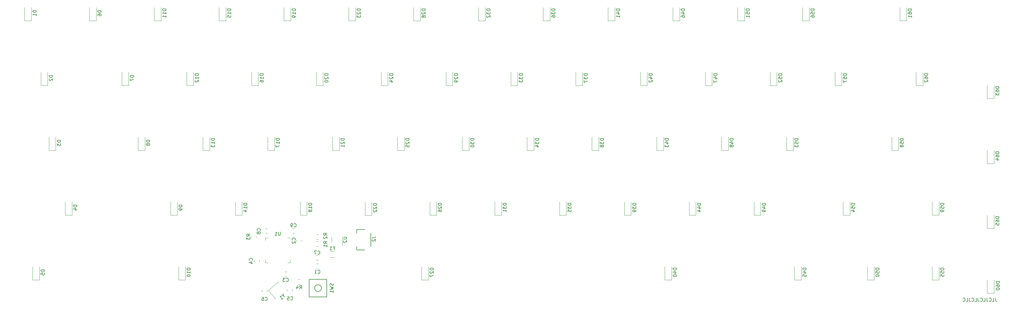
<source format=gbr>
G04 #@! TF.GenerationSoftware,KiCad,Pcbnew,(6.0.1)*
G04 #@! TF.CreationDate,2022-06-10T16:34:35-07:00*
G04 #@! TF.ProjectId,artemis-65,61727465-6d69-4732-9d36-352e6b696361,rev?*
G04 #@! TF.SameCoordinates,Original*
G04 #@! TF.FileFunction,Legend,Bot*
G04 #@! TF.FilePolarity,Positive*
%FSLAX46Y46*%
G04 Gerber Fmt 4.6, Leading zero omitted, Abs format (unit mm)*
G04 Created by KiCad (PCBNEW (6.0.1)) date 2022-06-10 16:34:35*
%MOMM*%
%LPD*%
G01*
G04 APERTURE LIST*
%ADD10C,0.150000*%
%ADD11C,0.120000*%
G04 APERTURE END LIST*
D10*
X302561047Y-109942380D02*
X302561047Y-110656666D01*
X302608666Y-110799523D01*
X302703904Y-110894761D01*
X302846761Y-110942380D01*
X302942000Y-110942380D01*
X301608666Y-110942380D02*
X302084857Y-110942380D01*
X302084857Y-109942380D01*
X300703904Y-110847142D02*
X300751523Y-110894761D01*
X300894380Y-110942380D01*
X300989619Y-110942380D01*
X301132476Y-110894761D01*
X301227714Y-110799523D01*
X301275333Y-110704285D01*
X301322952Y-110513809D01*
X301322952Y-110370952D01*
X301275333Y-110180476D01*
X301227714Y-110085238D01*
X301132476Y-109990000D01*
X300989619Y-109942380D01*
X300894380Y-109942380D01*
X300751523Y-109990000D01*
X300703904Y-110037619D01*
X299989619Y-109942380D02*
X299989619Y-110656666D01*
X300037238Y-110799523D01*
X300132476Y-110894761D01*
X300275333Y-110942380D01*
X300370571Y-110942380D01*
X299037238Y-110942380D02*
X299513428Y-110942380D01*
X299513428Y-109942380D01*
X298132476Y-110847142D02*
X298180095Y-110894761D01*
X298322952Y-110942380D01*
X298418190Y-110942380D01*
X298561047Y-110894761D01*
X298656285Y-110799523D01*
X298703904Y-110704285D01*
X298751523Y-110513809D01*
X298751523Y-110370952D01*
X298703904Y-110180476D01*
X298656285Y-110085238D01*
X298561047Y-109990000D01*
X298418190Y-109942380D01*
X298322952Y-109942380D01*
X298180095Y-109990000D01*
X298132476Y-110037619D01*
X297418190Y-109942380D02*
X297418190Y-110656666D01*
X297465809Y-110799523D01*
X297561047Y-110894761D01*
X297703904Y-110942380D01*
X297799142Y-110942380D01*
X296465809Y-110942380D02*
X296942000Y-110942380D01*
X296942000Y-109942380D01*
X295561047Y-110847142D02*
X295608666Y-110894761D01*
X295751523Y-110942380D01*
X295846761Y-110942380D01*
X295989619Y-110894761D01*
X296084857Y-110799523D01*
X296132476Y-110704285D01*
X296180095Y-110513809D01*
X296180095Y-110370952D01*
X296132476Y-110180476D01*
X296084857Y-110085238D01*
X295989619Y-109990000D01*
X295846761Y-109942380D01*
X295751523Y-109942380D01*
X295608666Y-109990000D01*
X295561047Y-110037619D01*
X294846761Y-109942380D02*
X294846761Y-110656666D01*
X294894380Y-110799523D01*
X294989619Y-110894761D01*
X295132476Y-110942380D01*
X295227714Y-110942380D01*
X293894380Y-110942380D02*
X294370571Y-110942380D01*
X294370571Y-109942380D01*
X292989619Y-110847142D02*
X293037238Y-110894761D01*
X293180095Y-110942380D01*
X293275333Y-110942380D01*
X293418190Y-110894761D01*
X293513428Y-110799523D01*
X293561047Y-110704285D01*
X293608666Y-110513809D01*
X293608666Y-110370952D01*
X293561047Y-110180476D01*
X293513428Y-110085238D01*
X293418190Y-109990000D01*
X293275333Y-109942380D01*
X293180095Y-109942380D01*
X293037238Y-109990000D01*
X292989619Y-110037619D01*
X96432666Y-88974142D02*
X96480285Y-89021761D01*
X96623142Y-89069380D01*
X96718380Y-89069380D01*
X96861238Y-89021761D01*
X96956476Y-88926523D01*
X97004095Y-88831285D01*
X97051714Y-88640809D01*
X97051714Y-88497952D01*
X97004095Y-88307476D01*
X96956476Y-88212238D01*
X96861238Y-88117000D01*
X96718380Y-88069380D01*
X96623142Y-88069380D01*
X96480285Y-88117000D01*
X96432666Y-88164619D01*
X95956476Y-89069380D02*
X95766000Y-89069380D01*
X95670761Y-89021761D01*
X95623142Y-88974142D01*
X95527904Y-88831285D01*
X95480285Y-88640809D01*
X95480285Y-88259857D01*
X95527904Y-88164619D01*
X95575523Y-88117000D01*
X95670761Y-88069380D01*
X95861238Y-88069380D01*
X95956476Y-88117000D01*
X96004095Y-88164619D01*
X96051714Y-88259857D01*
X96051714Y-88497952D01*
X96004095Y-88593190D01*
X95956476Y-88640809D01*
X95861238Y-88688428D01*
X95670761Y-88688428D01*
X95575523Y-88640809D01*
X95527904Y-88593190D01*
X95480285Y-88497952D01*
X86463142Y-90130333D02*
X86510761Y-90082714D01*
X86558380Y-89939857D01*
X86558380Y-89844619D01*
X86510761Y-89701761D01*
X86415523Y-89606523D01*
X86320285Y-89558904D01*
X86129809Y-89511285D01*
X85986952Y-89511285D01*
X85796476Y-89558904D01*
X85701238Y-89606523D01*
X85606000Y-89701761D01*
X85558380Y-89844619D01*
X85558380Y-89939857D01*
X85606000Y-90082714D01*
X85653619Y-90130333D01*
X85986952Y-90701761D02*
X85939333Y-90606523D01*
X85891714Y-90558904D01*
X85796476Y-90511285D01*
X85748857Y-90511285D01*
X85653619Y-90558904D01*
X85606000Y-90606523D01*
X85558380Y-90701761D01*
X85558380Y-90892238D01*
X85606000Y-90987476D01*
X85653619Y-91035095D01*
X85748857Y-91082714D01*
X85796476Y-91082714D01*
X85891714Y-91035095D01*
X85939333Y-90987476D01*
X85986952Y-90892238D01*
X85986952Y-90701761D01*
X86034571Y-90606523D01*
X86082190Y-90558904D01*
X86177428Y-90511285D01*
X86367904Y-90511285D01*
X86463142Y-90558904D01*
X86510761Y-90606523D01*
X86558380Y-90701761D01*
X86558380Y-90892238D01*
X86510761Y-90987476D01*
X86463142Y-91035095D01*
X86367904Y-91082714D01*
X86177428Y-91082714D01*
X86082190Y-91035095D01*
X86034571Y-90987476D01*
X85986952Y-90892238D01*
X92410904Y-90532380D02*
X92410904Y-91341904D01*
X92363285Y-91437142D01*
X92315666Y-91484761D01*
X92220428Y-91532380D01*
X92029952Y-91532380D01*
X91934714Y-91484761D01*
X91887095Y-91437142D01*
X91839476Y-91341904D01*
X91839476Y-90532380D01*
X90839476Y-91532380D02*
X91410904Y-91532380D01*
X91125190Y-91532380D02*
X91125190Y-90532380D01*
X91220428Y-90675238D01*
X91315666Y-90770476D01*
X91410904Y-90818095D01*
X282646130Y-44029464D02*
X281646130Y-44029464D01*
X281646130Y-44267559D01*
X281693750Y-44410416D01*
X281788988Y-44505654D01*
X281884226Y-44553273D01*
X282074702Y-44600892D01*
X282217559Y-44600892D01*
X282408035Y-44553273D01*
X282503273Y-44505654D01*
X282598511Y-44410416D01*
X282646130Y-44267559D01*
X282646130Y-44029464D01*
X281646130Y-45458035D02*
X281646130Y-45267559D01*
X281693750Y-45172321D01*
X281741369Y-45124702D01*
X281884226Y-45029464D01*
X282074702Y-44981845D01*
X282455654Y-44981845D01*
X282550892Y-45029464D01*
X282598511Y-45077083D01*
X282646130Y-45172321D01*
X282646130Y-45362797D01*
X282598511Y-45458035D01*
X282550892Y-45505654D01*
X282455654Y-45553273D01*
X282217559Y-45553273D01*
X282122321Y-45505654D01*
X282074702Y-45458035D01*
X282027083Y-45362797D01*
X282027083Y-45172321D01*
X282074702Y-45077083D01*
X282122321Y-45029464D01*
X282217559Y-44981845D01*
X281741369Y-45934226D02*
X281693750Y-45981845D01*
X281646130Y-46077083D01*
X281646130Y-46315178D01*
X281693750Y-46410416D01*
X281741369Y-46458035D01*
X281836607Y-46505654D01*
X281931845Y-46505654D01*
X282074702Y-46458035D01*
X282646130Y-45886607D01*
X282646130Y-46505654D01*
X106433630Y-44029464D02*
X105433630Y-44029464D01*
X105433630Y-44267559D01*
X105481250Y-44410416D01*
X105576488Y-44505654D01*
X105671726Y-44553273D01*
X105862202Y-44600892D01*
X106005059Y-44600892D01*
X106195535Y-44553273D01*
X106290773Y-44505654D01*
X106386011Y-44410416D01*
X106433630Y-44267559D01*
X106433630Y-44029464D01*
X105528869Y-44981845D02*
X105481250Y-45029464D01*
X105433630Y-45124702D01*
X105433630Y-45362797D01*
X105481250Y-45458035D01*
X105528869Y-45505654D01*
X105624107Y-45553273D01*
X105719345Y-45553273D01*
X105862202Y-45505654D01*
X106433630Y-44934226D01*
X106433630Y-45553273D01*
X105433630Y-46172321D02*
X105433630Y-46267559D01*
X105481250Y-46362797D01*
X105528869Y-46410416D01*
X105624107Y-46458035D01*
X105814583Y-46505654D01*
X106052678Y-46505654D01*
X106243154Y-46458035D01*
X106338392Y-46410416D01*
X106386011Y-46362797D01*
X106433630Y-46267559D01*
X106433630Y-46172321D01*
X106386011Y-46077083D01*
X106338392Y-46029464D01*
X106243154Y-45981845D01*
X106052678Y-45934226D01*
X105814583Y-45934226D01*
X105624107Y-45981845D01*
X105528869Y-46029464D01*
X105481250Y-46077083D01*
X105433630Y-46172321D01*
X92146130Y-63079464D02*
X91146130Y-63079464D01*
X91146130Y-63317559D01*
X91193750Y-63460416D01*
X91288988Y-63555654D01*
X91384226Y-63603273D01*
X91574702Y-63650892D01*
X91717559Y-63650892D01*
X91908035Y-63603273D01*
X92003273Y-63555654D01*
X92098511Y-63460416D01*
X92146130Y-63317559D01*
X92146130Y-63079464D01*
X92146130Y-64603273D02*
X92146130Y-64031845D01*
X92146130Y-64317559D02*
X91146130Y-64317559D01*
X91288988Y-64222321D01*
X91384226Y-64127083D01*
X91431845Y-64031845D01*
X91146130Y-64936607D02*
X91146130Y-65603273D01*
X92146130Y-65174702D01*
X23089880Y-101655654D02*
X22089880Y-101655654D01*
X22089880Y-101893750D01*
X22137500Y-102036607D01*
X22232738Y-102131845D01*
X22327976Y-102179464D01*
X22518452Y-102227083D01*
X22661309Y-102227083D01*
X22851785Y-102179464D01*
X22947023Y-102131845D01*
X23042261Y-102036607D01*
X23089880Y-101893750D01*
X23089880Y-101655654D01*
X22089880Y-103131845D02*
X22089880Y-102655654D01*
X22566071Y-102608035D01*
X22518452Y-102655654D01*
X22470833Y-102750892D01*
X22470833Y-102988988D01*
X22518452Y-103084226D01*
X22566071Y-103131845D01*
X22661309Y-103179464D01*
X22899404Y-103179464D01*
X22994642Y-103131845D01*
X23042261Y-103084226D01*
X23089880Y-102988988D01*
X23089880Y-102750892D01*
X23042261Y-102655654D01*
X22994642Y-102608035D01*
X287408630Y-101179464D02*
X286408630Y-101179464D01*
X286408630Y-101417559D01*
X286456250Y-101560416D01*
X286551488Y-101655654D01*
X286646726Y-101703273D01*
X286837202Y-101750892D01*
X286980059Y-101750892D01*
X287170535Y-101703273D01*
X287265773Y-101655654D01*
X287361011Y-101560416D01*
X287408630Y-101417559D01*
X287408630Y-101179464D01*
X286408630Y-102655654D02*
X286408630Y-102179464D01*
X286884821Y-102131845D01*
X286837202Y-102179464D01*
X286789583Y-102274702D01*
X286789583Y-102512797D01*
X286837202Y-102608035D01*
X286884821Y-102655654D01*
X286980059Y-102703273D01*
X287218154Y-102703273D01*
X287313392Y-102655654D01*
X287361011Y-102608035D01*
X287408630Y-102512797D01*
X287408630Y-102274702D01*
X287361011Y-102179464D01*
X287313392Y-102131845D01*
X286408630Y-103608035D02*
X286408630Y-103131845D01*
X286884821Y-103084226D01*
X286837202Y-103131845D01*
X286789583Y-103227083D01*
X286789583Y-103465178D01*
X286837202Y-103560416D01*
X286884821Y-103608035D01*
X286980059Y-103655654D01*
X287218154Y-103655654D01*
X287313392Y-103608035D01*
X287361011Y-103560416D01*
X287408630Y-103465178D01*
X287408630Y-103227083D01*
X287361011Y-103131845D01*
X287313392Y-103084226D01*
X137389880Y-101179464D02*
X136389880Y-101179464D01*
X136389880Y-101417559D01*
X136437500Y-101560416D01*
X136532738Y-101655654D01*
X136627976Y-101703273D01*
X136818452Y-101750892D01*
X136961309Y-101750892D01*
X137151785Y-101703273D01*
X137247023Y-101655654D01*
X137342261Y-101560416D01*
X137389880Y-101417559D01*
X137389880Y-101179464D01*
X136485119Y-102131845D02*
X136437500Y-102179464D01*
X136389880Y-102274702D01*
X136389880Y-102512797D01*
X136437500Y-102608035D01*
X136485119Y-102655654D01*
X136580357Y-102703273D01*
X136675595Y-102703273D01*
X136818452Y-102655654D01*
X137389880Y-102084226D01*
X137389880Y-102703273D01*
X136389880Y-103036607D02*
X136389880Y-103703273D01*
X137389880Y-103274702D01*
X96750142Y-92924333D02*
X96797761Y-92876714D01*
X96845380Y-92733857D01*
X96845380Y-92638619D01*
X96797761Y-92495761D01*
X96702523Y-92400523D01*
X96607285Y-92352904D01*
X96416809Y-92305285D01*
X96273952Y-92305285D01*
X96083476Y-92352904D01*
X95988238Y-92400523D01*
X95893000Y-92495761D01*
X95845380Y-92638619D01*
X95845380Y-92733857D01*
X95893000Y-92876714D01*
X95940619Y-92924333D01*
X95940619Y-93305285D02*
X95893000Y-93352904D01*
X95845380Y-93448142D01*
X95845380Y-93686238D01*
X95893000Y-93781476D01*
X95940619Y-93829095D01*
X96035857Y-93876714D01*
X96131095Y-93876714D01*
X96273952Y-93829095D01*
X96845380Y-93257666D01*
X96845380Y-93876714D01*
X58808630Y-24979464D02*
X57808630Y-24979464D01*
X57808630Y-25217559D01*
X57856250Y-25360416D01*
X57951488Y-25455654D01*
X58046726Y-25503273D01*
X58237202Y-25550892D01*
X58380059Y-25550892D01*
X58570535Y-25503273D01*
X58665773Y-25455654D01*
X58761011Y-25360416D01*
X58808630Y-25217559D01*
X58808630Y-24979464D01*
X58808630Y-26503273D02*
X58808630Y-25931845D01*
X58808630Y-26217559D02*
X57808630Y-26217559D01*
X57951488Y-26122321D01*
X58046726Y-26027083D01*
X58094345Y-25931845D01*
X58808630Y-27455654D02*
X58808630Y-26884226D01*
X58808630Y-27169940D02*
X57808630Y-27169940D01*
X57951488Y-27074702D01*
X58046726Y-26979464D01*
X58094345Y-26884226D01*
X158821130Y-82129464D02*
X157821130Y-82129464D01*
X157821130Y-82367559D01*
X157868750Y-82510416D01*
X157963988Y-82605654D01*
X158059226Y-82653273D01*
X158249702Y-82700892D01*
X158392559Y-82700892D01*
X158583035Y-82653273D01*
X158678273Y-82605654D01*
X158773511Y-82510416D01*
X158821130Y-82367559D01*
X158821130Y-82129464D01*
X157821130Y-83034226D02*
X157821130Y-83653273D01*
X158202083Y-83319940D01*
X158202083Y-83462797D01*
X158249702Y-83558035D01*
X158297321Y-83605654D01*
X158392559Y-83653273D01*
X158630654Y-83653273D01*
X158725892Y-83605654D01*
X158773511Y-83558035D01*
X158821130Y-83462797D01*
X158821130Y-83177083D01*
X158773511Y-83081845D01*
X158725892Y-83034226D01*
X158821130Y-84605654D02*
X158821130Y-84034226D01*
X158821130Y-84319940D02*
X157821130Y-84319940D01*
X157963988Y-84224702D01*
X158059226Y-84129464D01*
X158106845Y-84034226D01*
X87383630Y-44029464D02*
X86383630Y-44029464D01*
X86383630Y-44267559D01*
X86431250Y-44410416D01*
X86526488Y-44505654D01*
X86621726Y-44553273D01*
X86812202Y-44600892D01*
X86955059Y-44600892D01*
X87145535Y-44553273D01*
X87240773Y-44505654D01*
X87336011Y-44410416D01*
X87383630Y-44267559D01*
X87383630Y-44029464D01*
X87383630Y-45553273D02*
X87383630Y-44981845D01*
X87383630Y-45267559D02*
X86383630Y-45267559D01*
X86526488Y-45172321D01*
X86621726Y-45077083D01*
X86669345Y-44981845D01*
X86383630Y-46410416D02*
X86383630Y-46219940D01*
X86431250Y-46124702D01*
X86478869Y-46077083D01*
X86621726Y-45981845D01*
X86812202Y-45934226D01*
X87193154Y-45934226D01*
X87288392Y-45981845D01*
X87336011Y-46029464D01*
X87383630Y-46124702D01*
X87383630Y-46315178D01*
X87336011Y-46410416D01*
X87288392Y-46458035D01*
X87193154Y-46505654D01*
X86955059Y-46505654D01*
X86859821Y-46458035D01*
X86812202Y-46410416D01*
X86764583Y-46315178D01*
X86764583Y-46124702D01*
X86812202Y-46029464D01*
X86859821Y-45981845D01*
X86955059Y-45934226D01*
X98083666Y-107258380D02*
X98417000Y-106782190D01*
X98655095Y-107258380D02*
X98655095Y-106258380D01*
X98274142Y-106258380D01*
X98178904Y-106306000D01*
X98131285Y-106353619D01*
X98083666Y-106448857D01*
X98083666Y-106591714D01*
X98131285Y-106686952D01*
X98178904Y-106734571D01*
X98274142Y-106782190D01*
X98655095Y-106782190D01*
X97226523Y-106591714D02*
X97226523Y-107258380D01*
X97464619Y-106210761D02*
X97702714Y-106925047D01*
X97083666Y-106925047D01*
X27852380Y-63555654D02*
X26852380Y-63555654D01*
X26852380Y-63793750D01*
X26900000Y-63936607D01*
X26995238Y-64031845D01*
X27090476Y-64079464D01*
X27280952Y-64127083D01*
X27423809Y-64127083D01*
X27614285Y-64079464D01*
X27709523Y-64031845D01*
X27804761Y-63936607D01*
X27852380Y-63793750D01*
X27852380Y-63555654D01*
X26852380Y-64460416D02*
X26852380Y-65079464D01*
X27233333Y-64746130D01*
X27233333Y-64888988D01*
X27280952Y-64984226D01*
X27328571Y-65031845D01*
X27423809Y-65079464D01*
X27661904Y-65079464D01*
X27757142Y-65031845D01*
X27804761Y-64984226D01*
X27852380Y-64888988D01*
X27852380Y-64603273D01*
X27804761Y-64508035D01*
X27757142Y-64460416D01*
X211208630Y-24979464D02*
X210208630Y-24979464D01*
X210208630Y-25217559D01*
X210256250Y-25360416D01*
X210351488Y-25455654D01*
X210446726Y-25503273D01*
X210637202Y-25550892D01*
X210780059Y-25550892D01*
X210970535Y-25503273D01*
X211065773Y-25455654D01*
X211161011Y-25360416D01*
X211208630Y-25217559D01*
X211208630Y-24979464D01*
X210541964Y-26408035D02*
X211208630Y-26408035D01*
X210161011Y-26169940D02*
X210875297Y-25931845D01*
X210875297Y-26550892D01*
X210208630Y-27360416D02*
X210208630Y-27169940D01*
X210256250Y-27074702D01*
X210303869Y-27027083D01*
X210446726Y-26931845D01*
X210637202Y-26884226D01*
X211018154Y-26884226D01*
X211113392Y-26931845D01*
X211161011Y-26979464D01*
X211208630Y-27074702D01*
X211208630Y-27265178D01*
X211161011Y-27360416D01*
X211113392Y-27408035D01*
X211018154Y-27455654D01*
X210780059Y-27455654D01*
X210684821Y-27408035D01*
X210637202Y-27360416D01*
X210589583Y-27265178D01*
X210589583Y-27074702D01*
X210637202Y-26979464D01*
X210684821Y-26931845D01*
X210780059Y-26884226D01*
X107948361Y-105702266D02*
X107995980Y-105845123D01*
X107995980Y-106083219D01*
X107948361Y-106178457D01*
X107900742Y-106226076D01*
X107805504Y-106273695D01*
X107710266Y-106273695D01*
X107615028Y-106226076D01*
X107567409Y-106178457D01*
X107519790Y-106083219D01*
X107472171Y-105892742D01*
X107424552Y-105797504D01*
X107376933Y-105749885D01*
X107281695Y-105702266D01*
X107186457Y-105702266D01*
X107091219Y-105749885D01*
X107043600Y-105797504D01*
X106995980Y-105892742D01*
X106995980Y-106130838D01*
X107043600Y-106273695D01*
X106995980Y-106607028D02*
X107995980Y-106845123D01*
X107281695Y-107035600D01*
X107995980Y-107226076D01*
X106995980Y-107464171D01*
X107995980Y-108368933D02*
X107995980Y-107797504D01*
X107995980Y-108083219D02*
X106995980Y-108083219D01*
X107138838Y-107987980D01*
X107234076Y-107892742D01*
X107281695Y-107797504D01*
X177871130Y-82129464D02*
X176871130Y-82129464D01*
X176871130Y-82367559D01*
X176918750Y-82510416D01*
X177013988Y-82605654D01*
X177109226Y-82653273D01*
X177299702Y-82700892D01*
X177442559Y-82700892D01*
X177633035Y-82653273D01*
X177728273Y-82605654D01*
X177823511Y-82510416D01*
X177871130Y-82367559D01*
X177871130Y-82129464D01*
X176871130Y-83034226D02*
X176871130Y-83653273D01*
X177252083Y-83319940D01*
X177252083Y-83462797D01*
X177299702Y-83558035D01*
X177347321Y-83605654D01*
X177442559Y-83653273D01*
X177680654Y-83653273D01*
X177775892Y-83605654D01*
X177823511Y-83558035D01*
X177871130Y-83462797D01*
X177871130Y-83177083D01*
X177823511Y-83081845D01*
X177775892Y-83034226D01*
X176871130Y-84558035D02*
X176871130Y-84081845D01*
X177347321Y-84034226D01*
X177299702Y-84081845D01*
X177252083Y-84177083D01*
X177252083Y-84415178D01*
X177299702Y-84510416D01*
X177347321Y-84558035D01*
X177442559Y-84605654D01*
X177680654Y-84605654D01*
X177775892Y-84558035D01*
X177823511Y-84510416D01*
X177871130Y-84415178D01*
X177871130Y-84177083D01*
X177823511Y-84081845D01*
X177775892Y-84034226D01*
X95416666Y-110466142D02*
X95464285Y-110513761D01*
X95607142Y-110561380D01*
X95702380Y-110561380D01*
X95845238Y-110513761D01*
X95940476Y-110418523D01*
X95988095Y-110323285D01*
X96035714Y-110132809D01*
X96035714Y-109989952D01*
X95988095Y-109799476D01*
X95940476Y-109704238D01*
X95845238Y-109609000D01*
X95702380Y-109561380D01*
X95607142Y-109561380D01*
X95464285Y-109609000D01*
X95416666Y-109656619D01*
X94511904Y-109561380D02*
X94988095Y-109561380D01*
X95035714Y-110037571D01*
X94988095Y-109989952D01*
X94892857Y-109942333D01*
X94654761Y-109942333D01*
X94559523Y-109989952D01*
X94511904Y-110037571D01*
X94464285Y-110132809D01*
X94464285Y-110370904D01*
X94511904Y-110466142D01*
X94559523Y-110513761D01*
X94654761Y-110561380D01*
X94892857Y-110561380D01*
X94988095Y-110513761D01*
X95035714Y-110466142D01*
X110919980Y-92075095D02*
X111729504Y-92075095D01*
X111824742Y-92122714D01*
X111872361Y-92170333D01*
X111919980Y-92265571D01*
X111919980Y-92456047D01*
X111872361Y-92551285D01*
X111824742Y-92598904D01*
X111729504Y-92646523D01*
X110919980Y-92646523D01*
X111015219Y-93075095D02*
X110967600Y-93122714D01*
X110919980Y-93217952D01*
X110919980Y-93456047D01*
X110967600Y-93551285D01*
X111015219Y-93598904D01*
X111110457Y-93646523D01*
X111205695Y-93646523D01*
X111348552Y-93598904D01*
X111919980Y-93027476D01*
X111919980Y-93646523D01*
X268358630Y-101179464D02*
X267358630Y-101179464D01*
X267358630Y-101417559D01*
X267406250Y-101560416D01*
X267501488Y-101655654D01*
X267596726Y-101703273D01*
X267787202Y-101750892D01*
X267930059Y-101750892D01*
X268120535Y-101703273D01*
X268215773Y-101655654D01*
X268311011Y-101560416D01*
X268358630Y-101417559D01*
X268358630Y-101179464D01*
X267358630Y-102655654D02*
X267358630Y-102179464D01*
X267834821Y-102131845D01*
X267787202Y-102179464D01*
X267739583Y-102274702D01*
X267739583Y-102512797D01*
X267787202Y-102608035D01*
X267834821Y-102655654D01*
X267930059Y-102703273D01*
X268168154Y-102703273D01*
X268263392Y-102655654D01*
X268311011Y-102608035D01*
X268358630Y-102512797D01*
X268358630Y-102274702D01*
X268311011Y-102179464D01*
X268263392Y-102131845D01*
X267358630Y-103322321D02*
X267358630Y-103417559D01*
X267406250Y-103512797D01*
X267453869Y-103560416D01*
X267549107Y-103608035D01*
X267739583Y-103655654D01*
X267977678Y-103655654D01*
X268168154Y-103608035D01*
X268263392Y-103560416D01*
X268311011Y-103512797D01*
X268358630Y-103417559D01*
X268358630Y-103322321D01*
X268311011Y-103227083D01*
X268263392Y-103179464D01*
X268168154Y-103131845D01*
X267977678Y-103084226D01*
X267739583Y-103084226D01*
X267549107Y-103131845D01*
X267453869Y-103179464D01*
X267406250Y-103227083D01*
X267358630Y-103322321D01*
X239783630Y-44029464D02*
X238783630Y-44029464D01*
X238783630Y-44267559D01*
X238831250Y-44410416D01*
X238926488Y-44505654D01*
X239021726Y-44553273D01*
X239212202Y-44600892D01*
X239355059Y-44600892D01*
X239545535Y-44553273D01*
X239640773Y-44505654D01*
X239736011Y-44410416D01*
X239783630Y-44267559D01*
X239783630Y-44029464D01*
X238783630Y-45505654D02*
X238783630Y-45029464D01*
X239259821Y-44981845D01*
X239212202Y-45029464D01*
X239164583Y-45124702D01*
X239164583Y-45362797D01*
X239212202Y-45458035D01*
X239259821Y-45505654D01*
X239355059Y-45553273D01*
X239593154Y-45553273D01*
X239688392Y-45505654D01*
X239736011Y-45458035D01*
X239783630Y-45362797D01*
X239783630Y-45124702D01*
X239736011Y-45029464D01*
X239688392Y-44981845D01*
X238878869Y-45934226D02*
X238831250Y-45981845D01*
X238783630Y-46077083D01*
X238783630Y-46315178D01*
X238831250Y-46410416D01*
X238878869Y-46458035D01*
X238974107Y-46505654D01*
X239069345Y-46505654D01*
X239212202Y-46458035D01*
X239783630Y-45886607D01*
X239783630Y-46505654D01*
X115958630Y-24979464D02*
X114958630Y-24979464D01*
X114958630Y-25217559D01*
X115006250Y-25360416D01*
X115101488Y-25455654D01*
X115196726Y-25503273D01*
X115387202Y-25550892D01*
X115530059Y-25550892D01*
X115720535Y-25503273D01*
X115815773Y-25455654D01*
X115911011Y-25360416D01*
X115958630Y-25217559D01*
X115958630Y-24979464D01*
X115053869Y-25931845D02*
X115006250Y-25979464D01*
X114958630Y-26074702D01*
X114958630Y-26312797D01*
X115006250Y-26408035D01*
X115053869Y-26455654D01*
X115149107Y-26503273D01*
X115244345Y-26503273D01*
X115387202Y-26455654D01*
X115958630Y-25884226D01*
X115958630Y-26503273D01*
X114958630Y-26836607D02*
X114958630Y-27455654D01*
X115339583Y-27122321D01*
X115339583Y-27265178D01*
X115387202Y-27360416D01*
X115434821Y-27408035D01*
X115530059Y-27455654D01*
X115768154Y-27455654D01*
X115863392Y-27408035D01*
X115911011Y-27360416D01*
X115958630Y-27265178D01*
X115958630Y-26979464D01*
X115911011Y-26884226D01*
X115863392Y-26836607D01*
X235021130Y-82129464D02*
X234021130Y-82129464D01*
X234021130Y-82367559D01*
X234068750Y-82510416D01*
X234163988Y-82605654D01*
X234259226Y-82653273D01*
X234449702Y-82700892D01*
X234592559Y-82700892D01*
X234783035Y-82653273D01*
X234878273Y-82605654D01*
X234973511Y-82510416D01*
X235021130Y-82367559D01*
X235021130Y-82129464D01*
X234354464Y-83558035D02*
X235021130Y-83558035D01*
X233973511Y-83319940D02*
X234687797Y-83081845D01*
X234687797Y-83700892D01*
X235021130Y-84129464D02*
X235021130Y-84319940D01*
X234973511Y-84415178D01*
X234925892Y-84462797D01*
X234783035Y-84558035D01*
X234592559Y-84605654D01*
X234211607Y-84605654D01*
X234116369Y-84558035D01*
X234068750Y-84510416D01*
X234021130Y-84415178D01*
X234021130Y-84224702D01*
X234068750Y-84129464D01*
X234116369Y-84081845D01*
X234211607Y-84034226D01*
X234449702Y-84034226D01*
X234544940Y-84081845D01*
X234592559Y-84129464D01*
X234640178Y-84224702D01*
X234640178Y-84415178D01*
X234592559Y-84510416D01*
X234544940Y-84558035D01*
X234449702Y-84605654D01*
X261214880Y-82129464D02*
X260214880Y-82129464D01*
X260214880Y-82367559D01*
X260262500Y-82510416D01*
X260357738Y-82605654D01*
X260452976Y-82653273D01*
X260643452Y-82700892D01*
X260786309Y-82700892D01*
X260976785Y-82653273D01*
X261072023Y-82605654D01*
X261167261Y-82510416D01*
X261214880Y-82367559D01*
X261214880Y-82129464D01*
X260214880Y-83605654D02*
X260214880Y-83129464D01*
X260691071Y-83081845D01*
X260643452Y-83129464D01*
X260595833Y-83224702D01*
X260595833Y-83462797D01*
X260643452Y-83558035D01*
X260691071Y-83605654D01*
X260786309Y-83653273D01*
X261024404Y-83653273D01*
X261119642Y-83605654D01*
X261167261Y-83558035D01*
X261214880Y-83462797D01*
X261214880Y-83224702D01*
X261167261Y-83129464D01*
X261119642Y-83081845D01*
X260548214Y-84510416D02*
X261214880Y-84510416D01*
X260167261Y-84272321D02*
X260881547Y-84034226D01*
X260881547Y-84653273D01*
X144533630Y-44029464D02*
X143533630Y-44029464D01*
X143533630Y-44267559D01*
X143581250Y-44410416D01*
X143676488Y-44505654D01*
X143771726Y-44553273D01*
X143962202Y-44600892D01*
X144105059Y-44600892D01*
X144295535Y-44553273D01*
X144390773Y-44505654D01*
X144486011Y-44410416D01*
X144533630Y-44267559D01*
X144533630Y-44029464D01*
X143628869Y-44981845D02*
X143581250Y-45029464D01*
X143533630Y-45124702D01*
X143533630Y-45362797D01*
X143581250Y-45458035D01*
X143628869Y-45505654D01*
X143724107Y-45553273D01*
X143819345Y-45553273D01*
X143962202Y-45505654D01*
X144533630Y-44934226D01*
X144533630Y-45553273D01*
X144533630Y-46029464D02*
X144533630Y-46219940D01*
X144486011Y-46315178D01*
X144438392Y-46362797D01*
X144295535Y-46458035D01*
X144105059Y-46505654D01*
X143724107Y-46505654D01*
X143628869Y-46458035D01*
X143581250Y-46410416D01*
X143533630Y-46315178D01*
X143533630Y-46124702D01*
X143581250Y-46029464D01*
X143628869Y-45981845D01*
X143724107Y-45934226D01*
X143962202Y-45934226D01*
X144057440Y-45981845D01*
X144105059Y-46029464D01*
X144152678Y-46124702D01*
X144152678Y-46315178D01*
X144105059Y-46410416D01*
X144057440Y-46458035D01*
X143962202Y-46505654D01*
X63571130Y-82605654D02*
X62571130Y-82605654D01*
X62571130Y-82843750D01*
X62618750Y-82986607D01*
X62713988Y-83081845D01*
X62809226Y-83129464D01*
X62999702Y-83177083D01*
X63142559Y-83177083D01*
X63333035Y-83129464D01*
X63428273Y-83081845D01*
X63523511Y-82986607D01*
X63571130Y-82843750D01*
X63571130Y-82605654D01*
X63571130Y-83653273D02*
X63571130Y-83843750D01*
X63523511Y-83938988D01*
X63475892Y-83986607D01*
X63333035Y-84081845D01*
X63142559Y-84129464D01*
X62761607Y-84129464D01*
X62666369Y-84081845D01*
X62618750Y-84034226D01*
X62571130Y-83938988D01*
X62571130Y-83748511D01*
X62618750Y-83653273D01*
X62666369Y-83605654D01*
X62761607Y-83558035D01*
X62999702Y-83558035D01*
X63094940Y-83605654D01*
X63142559Y-83653273D01*
X63190178Y-83748511D01*
X63190178Y-83938988D01*
X63142559Y-84034226D01*
X63094940Y-84081845D01*
X62999702Y-84129464D01*
X258833630Y-44029464D02*
X257833630Y-44029464D01*
X257833630Y-44267559D01*
X257881250Y-44410416D01*
X257976488Y-44505654D01*
X258071726Y-44553273D01*
X258262202Y-44600892D01*
X258405059Y-44600892D01*
X258595535Y-44553273D01*
X258690773Y-44505654D01*
X258786011Y-44410416D01*
X258833630Y-44267559D01*
X258833630Y-44029464D01*
X257833630Y-45505654D02*
X257833630Y-45029464D01*
X258309821Y-44981845D01*
X258262202Y-45029464D01*
X258214583Y-45124702D01*
X258214583Y-45362797D01*
X258262202Y-45458035D01*
X258309821Y-45505654D01*
X258405059Y-45553273D01*
X258643154Y-45553273D01*
X258738392Y-45505654D01*
X258786011Y-45458035D01*
X258833630Y-45362797D01*
X258833630Y-45124702D01*
X258786011Y-45029464D01*
X258738392Y-44981845D01*
X257833630Y-45886607D02*
X257833630Y-46553273D01*
X258833630Y-46124702D01*
X168346130Y-63079464D02*
X167346130Y-63079464D01*
X167346130Y-63317559D01*
X167393750Y-63460416D01*
X167488988Y-63555654D01*
X167584226Y-63603273D01*
X167774702Y-63650892D01*
X167917559Y-63650892D01*
X168108035Y-63603273D01*
X168203273Y-63555654D01*
X168298511Y-63460416D01*
X168346130Y-63317559D01*
X168346130Y-63079464D01*
X167346130Y-63984226D02*
X167346130Y-64603273D01*
X167727083Y-64269940D01*
X167727083Y-64412797D01*
X167774702Y-64508035D01*
X167822321Y-64555654D01*
X167917559Y-64603273D01*
X168155654Y-64603273D01*
X168250892Y-64555654D01*
X168298511Y-64508035D01*
X168346130Y-64412797D01*
X168346130Y-64127083D01*
X168298511Y-64031845D01*
X168250892Y-63984226D01*
X167679464Y-65460416D02*
X168346130Y-65460416D01*
X167298511Y-65222321D02*
X168012797Y-64984226D01*
X168012797Y-65603273D01*
X154058630Y-24979464D02*
X153058630Y-24979464D01*
X153058630Y-25217559D01*
X153106250Y-25360416D01*
X153201488Y-25455654D01*
X153296726Y-25503273D01*
X153487202Y-25550892D01*
X153630059Y-25550892D01*
X153820535Y-25503273D01*
X153915773Y-25455654D01*
X154011011Y-25360416D01*
X154058630Y-25217559D01*
X154058630Y-24979464D01*
X153058630Y-25884226D02*
X153058630Y-26503273D01*
X153439583Y-26169940D01*
X153439583Y-26312797D01*
X153487202Y-26408035D01*
X153534821Y-26455654D01*
X153630059Y-26503273D01*
X153868154Y-26503273D01*
X153963392Y-26455654D01*
X154011011Y-26408035D01*
X154058630Y-26312797D01*
X154058630Y-26027083D01*
X154011011Y-25931845D01*
X153963392Y-25884226D01*
X153153869Y-26884226D02*
X153106250Y-26931845D01*
X153058630Y-27027083D01*
X153058630Y-27265178D01*
X153106250Y-27360416D01*
X153153869Y-27408035D01*
X153249107Y-27455654D01*
X153344345Y-27455654D01*
X153487202Y-27408035D01*
X154058630Y-26836607D01*
X154058630Y-27455654D01*
X192158630Y-24979464D02*
X191158630Y-24979464D01*
X191158630Y-25217559D01*
X191206250Y-25360416D01*
X191301488Y-25455654D01*
X191396726Y-25503273D01*
X191587202Y-25550892D01*
X191730059Y-25550892D01*
X191920535Y-25503273D01*
X192015773Y-25455654D01*
X192111011Y-25360416D01*
X192158630Y-25217559D01*
X192158630Y-24979464D01*
X191491964Y-26408035D02*
X192158630Y-26408035D01*
X191111011Y-26169940D02*
X191825297Y-25931845D01*
X191825297Y-26550892D01*
X192158630Y-27455654D02*
X192158630Y-26884226D01*
X192158630Y-27169940D02*
X191158630Y-27169940D01*
X191301488Y-27074702D01*
X191396726Y-26979464D01*
X191444345Y-26884226D01*
X125483630Y-44029464D02*
X124483630Y-44029464D01*
X124483630Y-44267559D01*
X124531250Y-44410416D01*
X124626488Y-44505654D01*
X124721726Y-44553273D01*
X124912202Y-44600892D01*
X125055059Y-44600892D01*
X125245535Y-44553273D01*
X125340773Y-44505654D01*
X125436011Y-44410416D01*
X125483630Y-44267559D01*
X125483630Y-44029464D01*
X124578869Y-44981845D02*
X124531250Y-45029464D01*
X124483630Y-45124702D01*
X124483630Y-45362797D01*
X124531250Y-45458035D01*
X124578869Y-45505654D01*
X124674107Y-45553273D01*
X124769345Y-45553273D01*
X124912202Y-45505654D01*
X125483630Y-44934226D01*
X125483630Y-45553273D01*
X124816964Y-46410416D02*
X125483630Y-46410416D01*
X124436011Y-46172321D02*
X125150297Y-45934226D01*
X125150297Y-46553273D01*
X111196130Y-63079464D02*
X110196130Y-63079464D01*
X110196130Y-63317559D01*
X110243750Y-63460416D01*
X110338988Y-63555654D01*
X110434226Y-63603273D01*
X110624702Y-63650892D01*
X110767559Y-63650892D01*
X110958035Y-63603273D01*
X111053273Y-63555654D01*
X111148511Y-63460416D01*
X111196130Y-63317559D01*
X111196130Y-63079464D01*
X110291369Y-64031845D02*
X110243750Y-64079464D01*
X110196130Y-64174702D01*
X110196130Y-64412797D01*
X110243750Y-64508035D01*
X110291369Y-64555654D01*
X110386607Y-64603273D01*
X110481845Y-64603273D01*
X110624702Y-64555654D01*
X111196130Y-63984226D01*
X111196130Y-64603273D01*
X111196130Y-65555654D02*
X111196130Y-64984226D01*
X111196130Y-65269940D02*
X110196130Y-65269940D01*
X110338988Y-65174702D01*
X110434226Y-65079464D01*
X110481845Y-64984226D01*
X277883630Y-24979464D02*
X276883630Y-24979464D01*
X276883630Y-25217559D01*
X276931250Y-25360416D01*
X277026488Y-25455654D01*
X277121726Y-25503273D01*
X277312202Y-25550892D01*
X277455059Y-25550892D01*
X277645535Y-25503273D01*
X277740773Y-25455654D01*
X277836011Y-25360416D01*
X277883630Y-25217559D01*
X277883630Y-24979464D01*
X276883630Y-26408035D02*
X276883630Y-26217559D01*
X276931250Y-26122321D01*
X276978869Y-26074702D01*
X277121726Y-25979464D01*
X277312202Y-25931845D01*
X277693154Y-25931845D01*
X277788392Y-25979464D01*
X277836011Y-26027083D01*
X277883630Y-26122321D01*
X277883630Y-26312797D01*
X277836011Y-26408035D01*
X277788392Y-26455654D01*
X277693154Y-26503273D01*
X277455059Y-26503273D01*
X277359821Y-26455654D01*
X277312202Y-26408035D01*
X277264583Y-26312797D01*
X277264583Y-26122321D01*
X277312202Y-26027083D01*
X277359821Y-25979464D01*
X277455059Y-25931845D01*
X277883630Y-27455654D02*
X277883630Y-26884226D01*
X277883630Y-27169940D02*
X276883630Y-27169940D01*
X277026488Y-27074702D01*
X277121726Y-26979464D01*
X277169345Y-26884226D01*
X93364308Y-109248480D02*
X93670397Y-109613263D01*
X93282958Y-108632956D02*
X93364308Y-109248480D01*
X92772262Y-109061481D01*
X92758440Y-110378486D02*
X93196179Y-110011179D01*
X92977310Y-110194833D02*
X92334522Y-109428788D01*
X92499305Y-109477005D01*
X92633480Y-109488744D01*
X92737045Y-109464005D01*
X215971130Y-82129464D02*
X214971130Y-82129464D01*
X214971130Y-82367559D01*
X215018750Y-82510416D01*
X215113988Y-82605654D01*
X215209226Y-82653273D01*
X215399702Y-82700892D01*
X215542559Y-82700892D01*
X215733035Y-82653273D01*
X215828273Y-82605654D01*
X215923511Y-82510416D01*
X215971130Y-82367559D01*
X215971130Y-82129464D01*
X215304464Y-83558035D02*
X215971130Y-83558035D01*
X214923511Y-83319940D02*
X215637797Y-83081845D01*
X215637797Y-83700892D01*
X215304464Y-84510416D02*
X215971130Y-84510416D01*
X214923511Y-84272321D02*
X215637797Y-84034226D01*
X215637797Y-84653273D01*
X182633630Y-44029464D02*
X181633630Y-44029464D01*
X181633630Y-44267559D01*
X181681250Y-44410416D01*
X181776488Y-44505654D01*
X181871726Y-44553273D01*
X182062202Y-44600892D01*
X182205059Y-44600892D01*
X182395535Y-44553273D01*
X182490773Y-44505654D01*
X182586011Y-44410416D01*
X182633630Y-44267559D01*
X182633630Y-44029464D01*
X181633630Y-44934226D02*
X181633630Y-45553273D01*
X182014583Y-45219940D01*
X182014583Y-45362797D01*
X182062202Y-45458035D01*
X182109821Y-45505654D01*
X182205059Y-45553273D01*
X182443154Y-45553273D01*
X182538392Y-45505654D01*
X182586011Y-45458035D01*
X182633630Y-45362797D01*
X182633630Y-45077083D01*
X182586011Y-44981845D01*
X182538392Y-44934226D01*
X181633630Y-45886607D02*
X181633630Y-46553273D01*
X182633630Y-46124702D01*
X275502380Y-63079464D02*
X274502380Y-63079464D01*
X274502380Y-63317559D01*
X274550000Y-63460416D01*
X274645238Y-63555654D01*
X274740476Y-63603273D01*
X274930952Y-63650892D01*
X275073809Y-63650892D01*
X275264285Y-63603273D01*
X275359523Y-63555654D01*
X275454761Y-63460416D01*
X275502380Y-63317559D01*
X275502380Y-63079464D01*
X274502380Y-64555654D02*
X274502380Y-64079464D01*
X274978571Y-64031845D01*
X274930952Y-64079464D01*
X274883333Y-64174702D01*
X274883333Y-64412797D01*
X274930952Y-64508035D01*
X274978571Y-64555654D01*
X275073809Y-64603273D01*
X275311904Y-64603273D01*
X275407142Y-64555654D01*
X275454761Y-64508035D01*
X275502380Y-64412797D01*
X275502380Y-64174702D01*
X275454761Y-64079464D01*
X275407142Y-64031845D01*
X274930952Y-65174702D02*
X274883333Y-65079464D01*
X274835714Y-65031845D01*
X274740476Y-64984226D01*
X274692857Y-64984226D01*
X274597619Y-65031845D01*
X274550000Y-65079464D01*
X274502380Y-65174702D01*
X274502380Y-65365178D01*
X274550000Y-65460416D01*
X274597619Y-65508035D01*
X274692857Y-65555654D01*
X274740476Y-65555654D01*
X274835714Y-65508035D01*
X274883333Y-65460416D01*
X274930952Y-65365178D01*
X274930952Y-65174702D01*
X274978571Y-65079464D01*
X275026190Y-65031845D01*
X275121428Y-64984226D01*
X275311904Y-64984226D01*
X275407142Y-65031845D01*
X275454761Y-65079464D01*
X275502380Y-65174702D01*
X275502380Y-65365178D01*
X275454761Y-65460416D01*
X275407142Y-65508035D01*
X275311904Y-65555654D01*
X275121428Y-65555654D01*
X275026190Y-65508035D01*
X274978571Y-65460416D01*
X274930952Y-65365178D01*
X39758630Y-25455654D02*
X38758630Y-25455654D01*
X38758630Y-25693750D01*
X38806250Y-25836607D01*
X38901488Y-25931845D01*
X38996726Y-25979464D01*
X39187202Y-26027083D01*
X39330059Y-26027083D01*
X39520535Y-25979464D01*
X39615773Y-25931845D01*
X39711011Y-25836607D01*
X39758630Y-25693750D01*
X39758630Y-25455654D01*
X38758630Y-26884226D02*
X38758630Y-26693750D01*
X38806250Y-26598511D01*
X38853869Y-26550892D01*
X38996726Y-26455654D01*
X39187202Y-26408035D01*
X39568154Y-26408035D01*
X39663392Y-26455654D01*
X39711011Y-26503273D01*
X39758630Y-26598511D01*
X39758630Y-26788988D01*
X39711011Y-26884226D01*
X39663392Y-26931845D01*
X39568154Y-26979464D01*
X39330059Y-26979464D01*
X39234821Y-26931845D01*
X39187202Y-26884226D01*
X39139583Y-26788988D01*
X39139583Y-26598511D01*
X39187202Y-26503273D01*
X39234821Y-26455654D01*
X39330059Y-26408035D01*
X208827380Y-101179464D02*
X207827380Y-101179464D01*
X207827380Y-101417559D01*
X207875000Y-101560416D01*
X207970238Y-101655654D01*
X208065476Y-101703273D01*
X208255952Y-101750892D01*
X208398809Y-101750892D01*
X208589285Y-101703273D01*
X208684523Y-101655654D01*
X208779761Y-101560416D01*
X208827380Y-101417559D01*
X208827380Y-101179464D01*
X208160714Y-102608035D02*
X208827380Y-102608035D01*
X207779761Y-102369940D02*
X208494047Y-102131845D01*
X208494047Y-102750892D01*
X207827380Y-103322321D02*
X207827380Y-103417559D01*
X207875000Y-103512797D01*
X207922619Y-103560416D01*
X208017857Y-103608035D01*
X208208333Y-103655654D01*
X208446428Y-103655654D01*
X208636904Y-103608035D01*
X208732142Y-103560416D01*
X208779761Y-103512797D01*
X208827380Y-103417559D01*
X208827380Y-103322321D01*
X208779761Y-103227083D01*
X208732142Y-103179464D01*
X208636904Y-103131845D01*
X208446428Y-103084226D01*
X208208333Y-103084226D01*
X208017857Y-103131845D01*
X207922619Y-103179464D01*
X207875000Y-103227083D01*
X207827380Y-103322321D01*
X206446130Y-63079464D02*
X205446130Y-63079464D01*
X205446130Y-63317559D01*
X205493750Y-63460416D01*
X205588988Y-63555654D01*
X205684226Y-63603273D01*
X205874702Y-63650892D01*
X206017559Y-63650892D01*
X206208035Y-63603273D01*
X206303273Y-63555654D01*
X206398511Y-63460416D01*
X206446130Y-63317559D01*
X206446130Y-63079464D01*
X205779464Y-64508035D02*
X206446130Y-64508035D01*
X205398511Y-64269940D02*
X206112797Y-64031845D01*
X206112797Y-64650892D01*
X205446130Y-64936607D02*
X205446130Y-65555654D01*
X205827083Y-65222321D01*
X205827083Y-65365178D01*
X205874702Y-65460416D01*
X205922321Y-65508035D01*
X206017559Y-65555654D01*
X206255654Y-65555654D01*
X206350892Y-65508035D01*
X206398511Y-65460416D01*
X206446130Y-65365178D01*
X206446130Y-65079464D01*
X206398511Y-64984226D01*
X206350892Y-64936607D01*
X20708630Y-25455654D02*
X19708630Y-25455654D01*
X19708630Y-25693750D01*
X19756250Y-25836607D01*
X19851488Y-25931845D01*
X19946726Y-25979464D01*
X20137202Y-26027083D01*
X20280059Y-26027083D01*
X20470535Y-25979464D01*
X20565773Y-25931845D01*
X20661011Y-25836607D01*
X20708630Y-25693750D01*
X20708630Y-25455654D01*
X20708630Y-26979464D02*
X20708630Y-26408035D01*
X20708630Y-26693750D02*
X19708630Y-26693750D01*
X19851488Y-26598511D01*
X19946726Y-26503273D01*
X19994345Y-26408035D01*
X173108630Y-24979464D02*
X172108630Y-24979464D01*
X172108630Y-25217559D01*
X172156250Y-25360416D01*
X172251488Y-25455654D01*
X172346726Y-25503273D01*
X172537202Y-25550892D01*
X172680059Y-25550892D01*
X172870535Y-25503273D01*
X172965773Y-25455654D01*
X173061011Y-25360416D01*
X173108630Y-25217559D01*
X173108630Y-24979464D01*
X172108630Y-25884226D02*
X172108630Y-26503273D01*
X172489583Y-26169940D01*
X172489583Y-26312797D01*
X172537202Y-26408035D01*
X172584821Y-26455654D01*
X172680059Y-26503273D01*
X172918154Y-26503273D01*
X173013392Y-26455654D01*
X173061011Y-26408035D01*
X173108630Y-26312797D01*
X173108630Y-26027083D01*
X173061011Y-25931845D01*
X173013392Y-25884226D01*
X172108630Y-27360416D02*
X172108630Y-27169940D01*
X172156250Y-27074702D01*
X172203869Y-27027083D01*
X172346726Y-26931845D01*
X172537202Y-26884226D01*
X172918154Y-26884226D01*
X173013392Y-26931845D01*
X173061011Y-26979464D01*
X173108630Y-27074702D01*
X173108630Y-27265178D01*
X173061011Y-27360416D01*
X173013392Y-27408035D01*
X172918154Y-27455654D01*
X172680059Y-27455654D01*
X172584821Y-27408035D01*
X172537202Y-27360416D01*
X172489583Y-27265178D01*
X172489583Y-27074702D01*
X172537202Y-26979464D01*
X172584821Y-26931845D01*
X172680059Y-26884226D01*
X249308630Y-24979464D02*
X248308630Y-24979464D01*
X248308630Y-25217559D01*
X248356250Y-25360416D01*
X248451488Y-25455654D01*
X248546726Y-25503273D01*
X248737202Y-25550892D01*
X248880059Y-25550892D01*
X249070535Y-25503273D01*
X249165773Y-25455654D01*
X249261011Y-25360416D01*
X249308630Y-25217559D01*
X249308630Y-24979464D01*
X248308630Y-26455654D02*
X248308630Y-25979464D01*
X248784821Y-25931845D01*
X248737202Y-25979464D01*
X248689583Y-26074702D01*
X248689583Y-26312797D01*
X248737202Y-26408035D01*
X248784821Y-26455654D01*
X248880059Y-26503273D01*
X249118154Y-26503273D01*
X249213392Y-26455654D01*
X249261011Y-26408035D01*
X249308630Y-26312797D01*
X249308630Y-26074702D01*
X249261011Y-25979464D01*
X249213392Y-25931845D01*
X248308630Y-27360416D02*
X248308630Y-27169940D01*
X248356250Y-27074702D01*
X248403869Y-27027083D01*
X248546726Y-26931845D01*
X248737202Y-26884226D01*
X249118154Y-26884226D01*
X249213392Y-26931845D01*
X249261011Y-26979464D01*
X249308630Y-27074702D01*
X249308630Y-27265178D01*
X249261011Y-27360416D01*
X249213392Y-27408035D01*
X249118154Y-27455654D01*
X248880059Y-27455654D01*
X248784821Y-27408035D01*
X248737202Y-27360416D01*
X248689583Y-27265178D01*
X248689583Y-27074702D01*
X248737202Y-26979464D01*
X248784821Y-26931845D01*
X248880059Y-26884226D01*
X303601380Y-47807714D02*
X302601380Y-47807714D01*
X302601380Y-48045809D01*
X302649000Y-48188666D01*
X302744238Y-48283904D01*
X302839476Y-48331523D01*
X303029952Y-48379142D01*
X303172809Y-48379142D01*
X303363285Y-48331523D01*
X303458523Y-48283904D01*
X303553761Y-48188666D01*
X303601380Y-48045809D01*
X303601380Y-47807714D01*
X302601380Y-49236285D02*
X302601380Y-49045809D01*
X302649000Y-48950571D01*
X302696619Y-48902952D01*
X302839476Y-48807714D01*
X303029952Y-48760095D01*
X303410904Y-48760095D01*
X303506142Y-48807714D01*
X303553761Y-48855333D01*
X303601380Y-48950571D01*
X303601380Y-49141047D01*
X303553761Y-49236285D01*
X303506142Y-49283904D01*
X303410904Y-49331523D01*
X303172809Y-49331523D01*
X303077571Y-49283904D01*
X303029952Y-49236285D01*
X302982333Y-49141047D01*
X302982333Y-48950571D01*
X303029952Y-48855333D01*
X303077571Y-48807714D01*
X303172809Y-48760095D01*
X302601380Y-49664857D02*
X302601380Y-50283904D01*
X302982333Y-49950571D01*
X302982333Y-50093428D01*
X303029952Y-50188666D01*
X303077571Y-50236285D01*
X303172809Y-50283904D01*
X303410904Y-50283904D01*
X303506142Y-50236285D01*
X303553761Y-50188666D01*
X303601380Y-50093428D01*
X303601380Y-49807714D01*
X303553761Y-49712476D01*
X303506142Y-49664857D01*
X230258630Y-24979464D02*
X229258630Y-24979464D01*
X229258630Y-25217559D01*
X229306250Y-25360416D01*
X229401488Y-25455654D01*
X229496726Y-25503273D01*
X229687202Y-25550892D01*
X229830059Y-25550892D01*
X230020535Y-25503273D01*
X230115773Y-25455654D01*
X230211011Y-25360416D01*
X230258630Y-25217559D01*
X230258630Y-24979464D01*
X229258630Y-26455654D02*
X229258630Y-25979464D01*
X229734821Y-25931845D01*
X229687202Y-25979464D01*
X229639583Y-26074702D01*
X229639583Y-26312797D01*
X229687202Y-26408035D01*
X229734821Y-26455654D01*
X229830059Y-26503273D01*
X230068154Y-26503273D01*
X230163392Y-26455654D01*
X230211011Y-26408035D01*
X230258630Y-26312797D01*
X230258630Y-26074702D01*
X230211011Y-25979464D01*
X230163392Y-25931845D01*
X230258630Y-27455654D02*
X230258630Y-26884226D01*
X230258630Y-27169940D02*
X229258630Y-27169940D01*
X229401488Y-27074702D01*
X229496726Y-26979464D01*
X229544345Y-26884226D01*
X149296130Y-63079464D02*
X148296130Y-63079464D01*
X148296130Y-63317559D01*
X148343750Y-63460416D01*
X148438988Y-63555654D01*
X148534226Y-63603273D01*
X148724702Y-63650892D01*
X148867559Y-63650892D01*
X149058035Y-63603273D01*
X149153273Y-63555654D01*
X149248511Y-63460416D01*
X149296130Y-63317559D01*
X149296130Y-63079464D01*
X148296130Y-63984226D02*
X148296130Y-64603273D01*
X148677083Y-64269940D01*
X148677083Y-64412797D01*
X148724702Y-64508035D01*
X148772321Y-64555654D01*
X148867559Y-64603273D01*
X149105654Y-64603273D01*
X149200892Y-64555654D01*
X149248511Y-64508035D01*
X149296130Y-64412797D01*
X149296130Y-64127083D01*
X149248511Y-64031845D01*
X149200892Y-63984226D01*
X148296130Y-65222321D02*
X148296130Y-65317559D01*
X148343750Y-65412797D01*
X148391369Y-65460416D01*
X148486607Y-65508035D01*
X148677083Y-65555654D01*
X148915178Y-65555654D01*
X149105654Y-65508035D01*
X149200892Y-65460416D01*
X149248511Y-65412797D01*
X149296130Y-65317559D01*
X149296130Y-65222321D01*
X149248511Y-65127083D01*
X149200892Y-65079464D01*
X149105654Y-65031845D01*
X148915178Y-64984226D01*
X148677083Y-64984226D01*
X148486607Y-65031845D01*
X148391369Y-65079464D01*
X148343750Y-65127083D01*
X148296130Y-65222321D01*
X83510380Y-91781333D02*
X83034190Y-91448000D01*
X83510380Y-91209904D02*
X82510380Y-91209904D01*
X82510380Y-91590857D01*
X82558000Y-91686095D01*
X82605619Y-91733714D01*
X82700857Y-91781333D01*
X82843714Y-91781333D01*
X82938952Y-91733714D01*
X82986571Y-91686095D01*
X83034190Y-91590857D01*
X83034190Y-91209904D01*
X82510380Y-92114666D02*
X82510380Y-92733714D01*
X82891333Y-92400380D01*
X82891333Y-92543238D01*
X82938952Y-92638476D01*
X82986571Y-92686095D01*
X83081809Y-92733714D01*
X83319904Y-92733714D01*
X83415142Y-92686095D01*
X83462761Y-92638476D01*
X83510380Y-92543238D01*
X83510380Y-92257523D01*
X83462761Y-92162285D01*
X83415142Y-92114666D01*
X303601380Y-66984714D02*
X302601380Y-66984714D01*
X302601380Y-67222809D01*
X302649000Y-67365666D01*
X302744238Y-67460904D01*
X302839476Y-67508523D01*
X303029952Y-67556142D01*
X303172809Y-67556142D01*
X303363285Y-67508523D01*
X303458523Y-67460904D01*
X303553761Y-67365666D01*
X303601380Y-67222809D01*
X303601380Y-66984714D01*
X302601380Y-68413285D02*
X302601380Y-68222809D01*
X302649000Y-68127571D01*
X302696619Y-68079952D01*
X302839476Y-67984714D01*
X303029952Y-67937095D01*
X303410904Y-67937095D01*
X303506142Y-67984714D01*
X303553761Y-68032333D01*
X303601380Y-68127571D01*
X303601380Y-68318047D01*
X303553761Y-68413285D01*
X303506142Y-68460904D01*
X303410904Y-68508523D01*
X303172809Y-68508523D01*
X303077571Y-68460904D01*
X303029952Y-68413285D01*
X302982333Y-68318047D01*
X302982333Y-68127571D01*
X303029952Y-68032333D01*
X303077571Y-67984714D01*
X303172809Y-67937095D01*
X302934714Y-69365666D02*
X303601380Y-69365666D01*
X302553761Y-69127571D02*
X303268047Y-68889476D01*
X303268047Y-69508523D01*
X246927380Y-101179464D02*
X245927380Y-101179464D01*
X245927380Y-101417559D01*
X245975000Y-101560416D01*
X246070238Y-101655654D01*
X246165476Y-101703273D01*
X246355952Y-101750892D01*
X246498809Y-101750892D01*
X246689285Y-101703273D01*
X246784523Y-101655654D01*
X246879761Y-101560416D01*
X246927380Y-101417559D01*
X246927380Y-101179464D01*
X246260714Y-102608035D02*
X246927380Y-102608035D01*
X245879761Y-102369940D02*
X246594047Y-102131845D01*
X246594047Y-102750892D01*
X245927380Y-103608035D02*
X245927380Y-103131845D01*
X246403571Y-103084226D01*
X246355952Y-103131845D01*
X246308333Y-103227083D01*
X246308333Y-103465178D01*
X246355952Y-103560416D01*
X246403571Y-103608035D01*
X246498809Y-103655654D01*
X246736904Y-103655654D01*
X246832142Y-103608035D01*
X246879761Y-103560416D01*
X246927380Y-103465178D01*
X246927380Y-103227083D01*
X246879761Y-103131845D01*
X246832142Y-103084226D01*
X87923666Y-110593142D02*
X87971285Y-110640761D01*
X88114142Y-110688380D01*
X88209380Y-110688380D01*
X88352238Y-110640761D01*
X88447476Y-110545523D01*
X88495095Y-110450285D01*
X88542714Y-110259809D01*
X88542714Y-110116952D01*
X88495095Y-109926476D01*
X88447476Y-109831238D01*
X88352238Y-109736000D01*
X88209380Y-109688380D01*
X88114142Y-109688380D01*
X87971285Y-109736000D01*
X87923666Y-109783619D01*
X87066523Y-109688380D02*
X87257000Y-109688380D01*
X87352238Y-109736000D01*
X87399857Y-109783619D01*
X87495095Y-109926476D01*
X87542714Y-110116952D01*
X87542714Y-110497904D01*
X87495095Y-110593142D01*
X87447476Y-110640761D01*
X87352238Y-110688380D01*
X87161761Y-110688380D01*
X87066523Y-110640761D01*
X87018904Y-110593142D01*
X86971285Y-110497904D01*
X86971285Y-110259809D01*
X87018904Y-110164571D01*
X87066523Y-110116952D01*
X87161761Y-110069333D01*
X87352238Y-110069333D01*
X87447476Y-110116952D01*
X87495095Y-110164571D01*
X87542714Y-110259809D01*
X163583630Y-44029464D02*
X162583630Y-44029464D01*
X162583630Y-44267559D01*
X162631250Y-44410416D01*
X162726488Y-44505654D01*
X162821726Y-44553273D01*
X163012202Y-44600892D01*
X163155059Y-44600892D01*
X163345535Y-44553273D01*
X163440773Y-44505654D01*
X163536011Y-44410416D01*
X163583630Y-44267559D01*
X163583630Y-44029464D01*
X162583630Y-44934226D02*
X162583630Y-45553273D01*
X162964583Y-45219940D01*
X162964583Y-45362797D01*
X163012202Y-45458035D01*
X163059821Y-45505654D01*
X163155059Y-45553273D01*
X163393154Y-45553273D01*
X163488392Y-45505654D01*
X163536011Y-45458035D01*
X163583630Y-45362797D01*
X163583630Y-45077083D01*
X163536011Y-44981845D01*
X163488392Y-44934226D01*
X162583630Y-45886607D02*
X162583630Y-46505654D01*
X162964583Y-46172321D01*
X162964583Y-46315178D01*
X163012202Y-46410416D01*
X163059821Y-46458035D01*
X163155059Y-46505654D01*
X163393154Y-46505654D01*
X163488392Y-46458035D01*
X163536011Y-46410416D01*
X163583630Y-46315178D01*
X163583630Y-46029464D01*
X163536011Y-45934226D01*
X163488392Y-45886607D01*
X101671130Y-82129464D02*
X100671130Y-82129464D01*
X100671130Y-82367559D01*
X100718750Y-82510416D01*
X100813988Y-82605654D01*
X100909226Y-82653273D01*
X101099702Y-82700892D01*
X101242559Y-82700892D01*
X101433035Y-82653273D01*
X101528273Y-82605654D01*
X101623511Y-82510416D01*
X101671130Y-82367559D01*
X101671130Y-82129464D01*
X101671130Y-83653273D02*
X101671130Y-83081845D01*
X101671130Y-83367559D02*
X100671130Y-83367559D01*
X100813988Y-83272321D01*
X100909226Y-83177083D01*
X100956845Y-83081845D01*
X101099702Y-84224702D02*
X101052083Y-84129464D01*
X101004464Y-84081845D01*
X100909226Y-84034226D01*
X100861607Y-84034226D01*
X100766369Y-84081845D01*
X100718750Y-84129464D01*
X100671130Y-84224702D01*
X100671130Y-84415178D01*
X100718750Y-84510416D01*
X100766369Y-84558035D01*
X100861607Y-84605654D01*
X100909226Y-84605654D01*
X101004464Y-84558035D01*
X101052083Y-84510416D01*
X101099702Y-84415178D01*
X101099702Y-84224702D01*
X101147321Y-84129464D01*
X101194940Y-84081845D01*
X101290178Y-84034226D01*
X101480654Y-84034226D01*
X101575892Y-84081845D01*
X101623511Y-84129464D01*
X101671130Y-84224702D01*
X101671130Y-84415178D01*
X101623511Y-84510416D01*
X101575892Y-84558035D01*
X101480654Y-84605654D01*
X101290178Y-84605654D01*
X101194940Y-84558035D01*
X101147321Y-84510416D01*
X101099702Y-84415178D01*
X303601380Y-86034714D02*
X302601380Y-86034714D01*
X302601380Y-86272809D01*
X302649000Y-86415666D01*
X302744238Y-86510904D01*
X302839476Y-86558523D01*
X303029952Y-86606142D01*
X303172809Y-86606142D01*
X303363285Y-86558523D01*
X303458523Y-86510904D01*
X303553761Y-86415666D01*
X303601380Y-86272809D01*
X303601380Y-86034714D01*
X302601380Y-87463285D02*
X302601380Y-87272809D01*
X302649000Y-87177571D01*
X302696619Y-87129952D01*
X302839476Y-87034714D01*
X303029952Y-86987095D01*
X303410904Y-86987095D01*
X303506142Y-87034714D01*
X303553761Y-87082333D01*
X303601380Y-87177571D01*
X303601380Y-87368047D01*
X303553761Y-87463285D01*
X303506142Y-87510904D01*
X303410904Y-87558523D01*
X303172809Y-87558523D01*
X303077571Y-87510904D01*
X303029952Y-87463285D01*
X302982333Y-87368047D01*
X302982333Y-87177571D01*
X303029952Y-87082333D01*
X303077571Y-87034714D01*
X303172809Y-86987095D01*
X302601380Y-88463285D02*
X302601380Y-87987095D01*
X303077571Y-87939476D01*
X303029952Y-87987095D01*
X302982333Y-88082333D01*
X302982333Y-88320428D01*
X303029952Y-88415666D01*
X303077571Y-88463285D01*
X303172809Y-88510904D01*
X303410904Y-88510904D01*
X303506142Y-88463285D01*
X303553761Y-88415666D01*
X303601380Y-88320428D01*
X303601380Y-88082333D01*
X303553761Y-87987095D01*
X303506142Y-87939476D01*
X73096130Y-63079464D02*
X72096130Y-63079464D01*
X72096130Y-63317559D01*
X72143750Y-63460416D01*
X72238988Y-63555654D01*
X72334226Y-63603273D01*
X72524702Y-63650892D01*
X72667559Y-63650892D01*
X72858035Y-63603273D01*
X72953273Y-63555654D01*
X73048511Y-63460416D01*
X73096130Y-63317559D01*
X73096130Y-63079464D01*
X73096130Y-64603273D02*
X73096130Y-64031845D01*
X73096130Y-64317559D02*
X72096130Y-64317559D01*
X72238988Y-64222321D01*
X72334226Y-64127083D01*
X72381845Y-64031845D01*
X72096130Y-64936607D02*
X72096130Y-65555654D01*
X72477083Y-65222321D01*
X72477083Y-65365178D01*
X72524702Y-65460416D01*
X72572321Y-65508035D01*
X72667559Y-65555654D01*
X72905654Y-65555654D01*
X73000892Y-65508035D01*
X73048511Y-65460416D01*
X73096130Y-65365178D01*
X73096130Y-65079464D01*
X73048511Y-64984226D01*
X73000892Y-64936607D01*
X287408630Y-82129464D02*
X286408630Y-82129464D01*
X286408630Y-82367559D01*
X286456250Y-82510416D01*
X286551488Y-82605654D01*
X286646726Y-82653273D01*
X286837202Y-82700892D01*
X286980059Y-82700892D01*
X287170535Y-82653273D01*
X287265773Y-82605654D01*
X287361011Y-82510416D01*
X287408630Y-82367559D01*
X287408630Y-82129464D01*
X286408630Y-83605654D02*
X286408630Y-83129464D01*
X286884821Y-83081845D01*
X286837202Y-83129464D01*
X286789583Y-83224702D01*
X286789583Y-83462797D01*
X286837202Y-83558035D01*
X286884821Y-83605654D01*
X286980059Y-83653273D01*
X287218154Y-83653273D01*
X287313392Y-83605654D01*
X287361011Y-83558035D01*
X287408630Y-83462797D01*
X287408630Y-83224702D01*
X287361011Y-83129464D01*
X287313392Y-83081845D01*
X287408630Y-84129464D02*
X287408630Y-84319940D01*
X287361011Y-84415178D01*
X287313392Y-84462797D01*
X287170535Y-84558035D01*
X286980059Y-84605654D01*
X286599107Y-84605654D01*
X286503869Y-84558035D01*
X286456250Y-84510416D01*
X286408630Y-84415178D01*
X286408630Y-84224702D01*
X286456250Y-84129464D01*
X286503869Y-84081845D01*
X286599107Y-84034226D01*
X286837202Y-84034226D01*
X286932440Y-84081845D01*
X286980059Y-84129464D01*
X287027678Y-84224702D01*
X287027678Y-84415178D01*
X286980059Y-84510416D01*
X286932440Y-84558035D01*
X286837202Y-84605654D01*
X303728380Y-105084714D02*
X302728380Y-105084714D01*
X302728380Y-105322809D01*
X302776000Y-105465666D01*
X302871238Y-105560904D01*
X302966476Y-105608523D01*
X303156952Y-105656142D01*
X303299809Y-105656142D01*
X303490285Y-105608523D01*
X303585523Y-105560904D01*
X303680761Y-105465666D01*
X303728380Y-105322809D01*
X303728380Y-105084714D01*
X302728380Y-106513285D02*
X302728380Y-106322809D01*
X302776000Y-106227571D01*
X302823619Y-106179952D01*
X302966476Y-106084714D01*
X303156952Y-106037095D01*
X303537904Y-106037095D01*
X303633142Y-106084714D01*
X303680761Y-106132333D01*
X303728380Y-106227571D01*
X303728380Y-106418047D01*
X303680761Y-106513285D01*
X303633142Y-106560904D01*
X303537904Y-106608523D01*
X303299809Y-106608523D01*
X303204571Y-106560904D01*
X303156952Y-106513285D01*
X303109333Y-106418047D01*
X303109333Y-106227571D01*
X303156952Y-106132333D01*
X303204571Y-106084714D01*
X303299809Y-106037095D01*
X302728380Y-107227571D02*
X302728380Y-107322809D01*
X302776000Y-107418047D01*
X302823619Y-107465666D01*
X302918857Y-107513285D01*
X303109333Y-107560904D01*
X303347428Y-107560904D01*
X303537904Y-107513285D01*
X303633142Y-107465666D01*
X303680761Y-107418047D01*
X303728380Y-107322809D01*
X303728380Y-107227571D01*
X303680761Y-107132333D01*
X303633142Y-107084714D01*
X303537904Y-107037095D01*
X303347428Y-106989476D01*
X303109333Y-106989476D01*
X302918857Y-107037095D01*
X302823619Y-107084714D01*
X302776000Y-107132333D01*
X302728380Y-107227571D01*
X135008630Y-24979464D02*
X134008630Y-24979464D01*
X134008630Y-25217559D01*
X134056250Y-25360416D01*
X134151488Y-25455654D01*
X134246726Y-25503273D01*
X134437202Y-25550892D01*
X134580059Y-25550892D01*
X134770535Y-25503273D01*
X134865773Y-25455654D01*
X134961011Y-25360416D01*
X135008630Y-25217559D01*
X135008630Y-24979464D01*
X134103869Y-25931845D02*
X134056250Y-25979464D01*
X134008630Y-26074702D01*
X134008630Y-26312797D01*
X134056250Y-26408035D01*
X134103869Y-26455654D01*
X134199107Y-26503273D01*
X134294345Y-26503273D01*
X134437202Y-26455654D01*
X135008630Y-25884226D01*
X135008630Y-26503273D01*
X134437202Y-27074702D02*
X134389583Y-26979464D01*
X134341964Y-26931845D01*
X134246726Y-26884226D01*
X134199107Y-26884226D01*
X134103869Y-26931845D01*
X134056250Y-26979464D01*
X134008630Y-27074702D01*
X134008630Y-27265178D01*
X134056250Y-27360416D01*
X134103869Y-27408035D01*
X134199107Y-27455654D01*
X134246726Y-27455654D01*
X134341964Y-27408035D01*
X134389583Y-27360416D01*
X134437202Y-27265178D01*
X134437202Y-27074702D01*
X134484821Y-26979464D01*
X134532440Y-26931845D01*
X134627678Y-26884226D01*
X134818154Y-26884226D01*
X134913392Y-26931845D01*
X134961011Y-26979464D01*
X135008630Y-27074702D01*
X135008630Y-27265178D01*
X134961011Y-27360416D01*
X134913392Y-27408035D01*
X134818154Y-27455654D01*
X134627678Y-27455654D01*
X134532440Y-27408035D01*
X134484821Y-27360416D01*
X134437202Y-27265178D01*
X139771130Y-82129464D02*
X138771130Y-82129464D01*
X138771130Y-82367559D01*
X138818750Y-82510416D01*
X138913988Y-82605654D01*
X139009226Y-82653273D01*
X139199702Y-82700892D01*
X139342559Y-82700892D01*
X139533035Y-82653273D01*
X139628273Y-82605654D01*
X139723511Y-82510416D01*
X139771130Y-82367559D01*
X139771130Y-82129464D01*
X138866369Y-83081845D02*
X138818750Y-83129464D01*
X138771130Y-83224702D01*
X138771130Y-83462797D01*
X138818750Y-83558035D01*
X138866369Y-83605654D01*
X138961607Y-83653273D01*
X139056845Y-83653273D01*
X139199702Y-83605654D01*
X139771130Y-83034226D01*
X139771130Y-83653273D01*
X138771130Y-84510416D02*
X138771130Y-84319940D01*
X138818750Y-84224702D01*
X138866369Y-84177083D01*
X139009226Y-84081845D01*
X139199702Y-84034226D01*
X139580654Y-84034226D01*
X139675892Y-84081845D01*
X139723511Y-84129464D01*
X139771130Y-84224702D01*
X139771130Y-84415178D01*
X139723511Y-84510416D01*
X139675892Y-84558035D01*
X139580654Y-84605654D01*
X139342559Y-84605654D01*
X139247321Y-84558035D01*
X139199702Y-84510416D01*
X139152083Y-84415178D01*
X139152083Y-84224702D01*
X139199702Y-84129464D01*
X139247321Y-84081845D01*
X139342559Y-84034226D01*
X68333630Y-44029464D02*
X67333630Y-44029464D01*
X67333630Y-44267559D01*
X67381250Y-44410416D01*
X67476488Y-44505654D01*
X67571726Y-44553273D01*
X67762202Y-44600892D01*
X67905059Y-44600892D01*
X68095535Y-44553273D01*
X68190773Y-44505654D01*
X68286011Y-44410416D01*
X68333630Y-44267559D01*
X68333630Y-44029464D01*
X68333630Y-45553273D02*
X68333630Y-44981845D01*
X68333630Y-45267559D02*
X67333630Y-45267559D01*
X67476488Y-45172321D01*
X67571726Y-45077083D01*
X67619345Y-44981845D01*
X67428869Y-45934226D02*
X67381250Y-45981845D01*
X67333630Y-46077083D01*
X67333630Y-46315178D01*
X67381250Y-46410416D01*
X67428869Y-46458035D01*
X67524107Y-46505654D01*
X67619345Y-46505654D01*
X67762202Y-46458035D01*
X68333630Y-45886607D01*
X68333630Y-46505654D01*
X25471130Y-44505654D02*
X24471130Y-44505654D01*
X24471130Y-44743750D01*
X24518750Y-44886607D01*
X24613988Y-44981845D01*
X24709226Y-45029464D01*
X24899702Y-45077083D01*
X25042559Y-45077083D01*
X25233035Y-45029464D01*
X25328273Y-44981845D01*
X25423511Y-44886607D01*
X25471130Y-44743750D01*
X25471130Y-44505654D01*
X24566369Y-45458035D02*
X24518750Y-45505654D01*
X24471130Y-45600892D01*
X24471130Y-45838988D01*
X24518750Y-45934226D01*
X24566369Y-45981845D01*
X24661607Y-46029464D01*
X24756845Y-46029464D01*
X24899702Y-45981845D01*
X25471130Y-45410416D01*
X25471130Y-46029464D01*
X225496130Y-63079464D02*
X224496130Y-63079464D01*
X224496130Y-63317559D01*
X224543750Y-63460416D01*
X224638988Y-63555654D01*
X224734226Y-63603273D01*
X224924702Y-63650892D01*
X225067559Y-63650892D01*
X225258035Y-63603273D01*
X225353273Y-63555654D01*
X225448511Y-63460416D01*
X225496130Y-63317559D01*
X225496130Y-63079464D01*
X224829464Y-64508035D02*
X225496130Y-64508035D01*
X224448511Y-64269940D02*
X225162797Y-64031845D01*
X225162797Y-64650892D01*
X224924702Y-65174702D02*
X224877083Y-65079464D01*
X224829464Y-65031845D01*
X224734226Y-64984226D01*
X224686607Y-64984226D01*
X224591369Y-65031845D01*
X224543750Y-65079464D01*
X224496130Y-65174702D01*
X224496130Y-65365178D01*
X224543750Y-65460416D01*
X224591369Y-65508035D01*
X224686607Y-65555654D01*
X224734226Y-65555654D01*
X224829464Y-65508035D01*
X224877083Y-65460416D01*
X224924702Y-65365178D01*
X224924702Y-65174702D01*
X224972321Y-65079464D01*
X225019940Y-65031845D01*
X225115178Y-64984226D01*
X225305654Y-64984226D01*
X225400892Y-65031845D01*
X225448511Y-65079464D01*
X225496130Y-65174702D01*
X225496130Y-65365178D01*
X225448511Y-65460416D01*
X225400892Y-65508035D01*
X225305654Y-65555654D01*
X225115178Y-65555654D01*
X225019940Y-65508035D01*
X224972321Y-65460416D01*
X224924702Y-65365178D01*
X32614880Y-82605654D02*
X31614880Y-82605654D01*
X31614880Y-82843750D01*
X31662500Y-82986607D01*
X31757738Y-83081845D01*
X31852976Y-83129464D01*
X32043452Y-83177083D01*
X32186309Y-83177083D01*
X32376785Y-83129464D01*
X32472023Y-83081845D01*
X32567261Y-82986607D01*
X32614880Y-82843750D01*
X32614880Y-82605654D01*
X31948214Y-84034226D02*
X32614880Y-84034226D01*
X31567261Y-83796130D02*
X32281547Y-83558035D01*
X32281547Y-84177083D01*
X103417666Y-97004142D02*
X103465285Y-97051761D01*
X103608142Y-97099380D01*
X103703380Y-97099380D01*
X103846238Y-97051761D01*
X103941476Y-96956523D01*
X103989095Y-96861285D01*
X104036714Y-96670809D01*
X104036714Y-96527952D01*
X103989095Y-96337476D01*
X103941476Y-96242238D01*
X103846238Y-96147000D01*
X103703380Y-96099380D01*
X103608142Y-96099380D01*
X103465285Y-96147000D01*
X103417666Y-96194619D01*
X103084333Y-96099380D02*
X102417666Y-96099380D01*
X102846238Y-97099380D01*
X220733630Y-44029464D02*
X219733630Y-44029464D01*
X219733630Y-44267559D01*
X219781250Y-44410416D01*
X219876488Y-44505654D01*
X219971726Y-44553273D01*
X220162202Y-44600892D01*
X220305059Y-44600892D01*
X220495535Y-44553273D01*
X220590773Y-44505654D01*
X220686011Y-44410416D01*
X220733630Y-44267559D01*
X220733630Y-44029464D01*
X220066964Y-45458035D02*
X220733630Y-45458035D01*
X219686011Y-45219940D02*
X220400297Y-44981845D01*
X220400297Y-45600892D01*
X219733630Y-45886607D02*
X219733630Y-46553273D01*
X220733630Y-46124702D01*
X106116380Y-93940333D02*
X105640190Y-93607000D01*
X106116380Y-93368904D02*
X105116380Y-93368904D01*
X105116380Y-93749857D01*
X105164000Y-93845095D01*
X105211619Y-93892714D01*
X105306857Y-93940333D01*
X105449714Y-93940333D01*
X105544952Y-93892714D01*
X105592571Y-93845095D01*
X105640190Y-93749857D01*
X105640190Y-93368904D01*
X106116380Y-94892714D02*
X106116380Y-94321285D01*
X106116380Y-94607000D02*
X105116380Y-94607000D01*
X105259238Y-94511761D01*
X105354476Y-94416523D01*
X105402095Y-94321285D01*
X49283630Y-44505654D02*
X48283630Y-44505654D01*
X48283630Y-44743750D01*
X48331250Y-44886607D01*
X48426488Y-44981845D01*
X48521726Y-45029464D01*
X48712202Y-45077083D01*
X48855059Y-45077083D01*
X49045535Y-45029464D01*
X49140773Y-44981845D01*
X49236011Y-44886607D01*
X49283630Y-44743750D01*
X49283630Y-44505654D01*
X48283630Y-45410416D02*
X48283630Y-46077083D01*
X49283630Y-45648511D01*
X187396130Y-63079464D02*
X186396130Y-63079464D01*
X186396130Y-63317559D01*
X186443750Y-63460416D01*
X186538988Y-63555654D01*
X186634226Y-63603273D01*
X186824702Y-63650892D01*
X186967559Y-63650892D01*
X187158035Y-63603273D01*
X187253273Y-63555654D01*
X187348511Y-63460416D01*
X187396130Y-63317559D01*
X187396130Y-63079464D01*
X186396130Y-63984226D02*
X186396130Y-64603273D01*
X186777083Y-64269940D01*
X186777083Y-64412797D01*
X186824702Y-64508035D01*
X186872321Y-64555654D01*
X186967559Y-64603273D01*
X187205654Y-64603273D01*
X187300892Y-64555654D01*
X187348511Y-64508035D01*
X187396130Y-64412797D01*
X187396130Y-64127083D01*
X187348511Y-64031845D01*
X187300892Y-63984226D01*
X186824702Y-65174702D02*
X186777083Y-65079464D01*
X186729464Y-65031845D01*
X186634226Y-64984226D01*
X186586607Y-64984226D01*
X186491369Y-65031845D01*
X186443750Y-65079464D01*
X186396130Y-65174702D01*
X186396130Y-65365178D01*
X186443750Y-65460416D01*
X186491369Y-65508035D01*
X186586607Y-65555654D01*
X186634226Y-65555654D01*
X186729464Y-65508035D01*
X186777083Y-65460416D01*
X186824702Y-65365178D01*
X186824702Y-65174702D01*
X186872321Y-65079464D01*
X186919940Y-65031845D01*
X187015178Y-64984226D01*
X187205654Y-64984226D01*
X187300892Y-65031845D01*
X187348511Y-65079464D01*
X187396130Y-65174702D01*
X187396130Y-65365178D01*
X187348511Y-65460416D01*
X187300892Y-65508035D01*
X187205654Y-65555654D01*
X187015178Y-65555654D01*
X186919940Y-65508035D01*
X186872321Y-65460416D01*
X186824702Y-65365178D01*
X244546130Y-63079464D02*
X243546130Y-63079464D01*
X243546130Y-63317559D01*
X243593750Y-63460416D01*
X243688988Y-63555654D01*
X243784226Y-63603273D01*
X243974702Y-63650892D01*
X244117559Y-63650892D01*
X244308035Y-63603273D01*
X244403273Y-63555654D01*
X244498511Y-63460416D01*
X244546130Y-63317559D01*
X244546130Y-63079464D01*
X243546130Y-64555654D02*
X243546130Y-64079464D01*
X244022321Y-64031845D01*
X243974702Y-64079464D01*
X243927083Y-64174702D01*
X243927083Y-64412797D01*
X243974702Y-64508035D01*
X244022321Y-64555654D01*
X244117559Y-64603273D01*
X244355654Y-64603273D01*
X244450892Y-64555654D01*
X244498511Y-64508035D01*
X244546130Y-64412797D01*
X244546130Y-64174702D01*
X244498511Y-64079464D01*
X244450892Y-64031845D01*
X243546130Y-64936607D02*
X243546130Y-65555654D01*
X243927083Y-65222321D01*
X243927083Y-65365178D01*
X243974702Y-65460416D01*
X244022321Y-65508035D01*
X244117559Y-65555654D01*
X244355654Y-65555654D01*
X244450892Y-65508035D01*
X244498511Y-65460416D01*
X244546130Y-65365178D01*
X244546130Y-65079464D01*
X244498511Y-64984226D01*
X244450892Y-64936607D01*
X82621130Y-82129464D02*
X81621130Y-82129464D01*
X81621130Y-82367559D01*
X81668750Y-82510416D01*
X81763988Y-82605654D01*
X81859226Y-82653273D01*
X82049702Y-82700892D01*
X82192559Y-82700892D01*
X82383035Y-82653273D01*
X82478273Y-82605654D01*
X82573511Y-82510416D01*
X82621130Y-82367559D01*
X82621130Y-82129464D01*
X82621130Y-83653273D02*
X82621130Y-83081845D01*
X82621130Y-83367559D02*
X81621130Y-83367559D01*
X81763988Y-83272321D01*
X81859226Y-83177083D01*
X81906845Y-83081845D01*
X81954464Y-84510416D02*
X82621130Y-84510416D01*
X81573511Y-84272321D02*
X82287797Y-84034226D01*
X82287797Y-84653273D01*
X108029333Y-95263571D02*
X108362666Y-95263571D01*
X108362666Y-95787380D02*
X108362666Y-94787380D01*
X107886476Y-94787380D01*
X106981714Y-95787380D02*
X107553142Y-95787380D01*
X107267428Y-95787380D02*
X107267428Y-94787380D01*
X107362666Y-94930238D01*
X107457904Y-95025476D01*
X107553142Y-95073095D01*
X77858630Y-24979464D02*
X76858630Y-24979464D01*
X76858630Y-25217559D01*
X76906250Y-25360416D01*
X77001488Y-25455654D01*
X77096726Y-25503273D01*
X77287202Y-25550892D01*
X77430059Y-25550892D01*
X77620535Y-25503273D01*
X77715773Y-25455654D01*
X77811011Y-25360416D01*
X77858630Y-25217559D01*
X77858630Y-24979464D01*
X77858630Y-26503273D02*
X77858630Y-25931845D01*
X77858630Y-26217559D02*
X76858630Y-26217559D01*
X77001488Y-26122321D01*
X77096726Y-26027083D01*
X77144345Y-25931845D01*
X76858630Y-27408035D02*
X76858630Y-26931845D01*
X77334821Y-26884226D01*
X77287202Y-26931845D01*
X77239583Y-27027083D01*
X77239583Y-27265178D01*
X77287202Y-27360416D01*
X77334821Y-27408035D01*
X77430059Y-27455654D01*
X77668154Y-27455654D01*
X77763392Y-27408035D01*
X77811011Y-27360416D01*
X77858630Y-27265178D01*
X77858630Y-27027083D01*
X77811011Y-26931845D01*
X77763392Y-26884226D01*
X103417666Y-102621142D02*
X103465285Y-102668761D01*
X103608142Y-102716380D01*
X103703380Y-102716380D01*
X103846238Y-102668761D01*
X103941476Y-102573523D01*
X103989095Y-102478285D01*
X104036714Y-102287809D01*
X104036714Y-102144952D01*
X103989095Y-101954476D01*
X103941476Y-101859238D01*
X103846238Y-101764000D01*
X103703380Y-101716380D01*
X103608142Y-101716380D01*
X103465285Y-101764000D01*
X103417666Y-101811619D01*
X102465285Y-102716380D02*
X103036714Y-102716380D01*
X102751000Y-102716380D02*
X102751000Y-101716380D01*
X102846238Y-101859238D01*
X102941476Y-101954476D01*
X103036714Y-102002095D01*
X120721130Y-82191964D02*
X119721130Y-82191964D01*
X119721130Y-82430059D01*
X119768750Y-82572916D01*
X119863988Y-82668154D01*
X119959226Y-82715773D01*
X120149702Y-82763392D01*
X120292559Y-82763392D01*
X120483035Y-82715773D01*
X120578273Y-82668154D01*
X120673511Y-82572916D01*
X120721130Y-82430059D01*
X120721130Y-82191964D01*
X119816369Y-83144345D02*
X119768750Y-83191964D01*
X119721130Y-83287202D01*
X119721130Y-83525297D01*
X119768750Y-83620535D01*
X119816369Y-83668154D01*
X119911607Y-83715773D01*
X120006845Y-83715773D01*
X120149702Y-83668154D01*
X120721130Y-83096726D01*
X120721130Y-83715773D01*
X119816369Y-84096726D02*
X119768750Y-84144345D01*
X119721130Y-84239583D01*
X119721130Y-84477678D01*
X119768750Y-84572916D01*
X119816369Y-84620535D01*
X119911607Y-84668154D01*
X120006845Y-84668154D01*
X120149702Y-84620535D01*
X120721130Y-84049107D01*
X120721130Y-84668154D01*
X130246130Y-63079464D02*
X129246130Y-63079464D01*
X129246130Y-63317559D01*
X129293750Y-63460416D01*
X129388988Y-63555654D01*
X129484226Y-63603273D01*
X129674702Y-63650892D01*
X129817559Y-63650892D01*
X130008035Y-63603273D01*
X130103273Y-63555654D01*
X130198511Y-63460416D01*
X130246130Y-63317559D01*
X130246130Y-63079464D01*
X129341369Y-64031845D02*
X129293750Y-64079464D01*
X129246130Y-64174702D01*
X129246130Y-64412797D01*
X129293750Y-64508035D01*
X129341369Y-64555654D01*
X129436607Y-64603273D01*
X129531845Y-64603273D01*
X129674702Y-64555654D01*
X130246130Y-63984226D01*
X130246130Y-64603273D01*
X129246130Y-65508035D02*
X129246130Y-65031845D01*
X129722321Y-64984226D01*
X129674702Y-65031845D01*
X129627083Y-65127083D01*
X129627083Y-65365178D01*
X129674702Y-65460416D01*
X129722321Y-65508035D01*
X129817559Y-65555654D01*
X130055654Y-65555654D01*
X130150892Y-65508035D01*
X130198511Y-65460416D01*
X130246130Y-65365178D01*
X130246130Y-65127083D01*
X130198511Y-65031845D01*
X130150892Y-64984226D01*
X84148142Y-98893333D02*
X84195761Y-98845714D01*
X84243380Y-98702857D01*
X84243380Y-98607619D01*
X84195761Y-98464761D01*
X84100523Y-98369523D01*
X84005285Y-98321904D01*
X83814809Y-98274285D01*
X83671952Y-98274285D01*
X83481476Y-98321904D01*
X83386238Y-98369523D01*
X83291000Y-98464761D01*
X83243380Y-98607619D01*
X83243380Y-98702857D01*
X83291000Y-98845714D01*
X83338619Y-98893333D01*
X83576714Y-99750476D02*
X84243380Y-99750476D01*
X83195761Y-99512380D02*
X83910047Y-99274285D01*
X83910047Y-99893333D01*
X96908630Y-24979464D02*
X95908630Y-24979464D01*
X95908630Y-25217559D01*
X95956250Y-25360416D01*
X96051488Y-25455654D01*
X96146726Y-25503273D01*
X96337202Y-25550892D01*
X96480059Y-25550892D01*
X96670535Y-25503273D01*
X96765773Y-25455654D01*
X96861011Y-25360416D01*
X96908630Y-25217559D01*
X96908630Y-24979464D01*
X96908630Y-26503273D02*
X96908630Y-25931845D01*
X96908630Y-26217559D02*
X95908630Y-26217559D01*
X96051488Y-26122321D01*
X96146726Y-26027083D01*
X96194345Y-25931845D01*
X96908630Y-26979464D02*
X96908630Y-27169940D01*
X96861011Y-27265178D01*
X96813392Y-27312797D01*
X96670535Y-27408035D01*
X96480059Y-27455654D01*
X96099107Y-27455654D01*
X96003869Y-27408035D01*
X95956250Y-27360416D01*
X95908630Y-27265178D01*
X95908630Y-27074702D01*
X95956250Y-26979464D01*
X96003869Y-26931845D01*
X96099107Y-26884226D01*
X96337202Y-26884226D01*
X96432440Y-26931845D01*
X96480059Y-26979464D01*
X96527678Y-27074702D01*
X96527678Y-27265178D01*
X96480059Y-27360416D01*
X96432440Y-27408035D01*
X96337202Y-27455654D01*
X65952380Y-101179464D02*
X64952380Y-101179464D01*
X64952380Y-101417559D01*
X65000000Y-101560416D01*
X65095238Y-101655654D01*
X65190476Y-101703273D01*
X65380952Y-101750892D01*
X65523809Y-101750892D01*
X65714285Y-101703273D01*
X65809523Y-101655654D01*
X65904761Y-101560416D01*
X65952380Y-101417559D01*
X65952380Y-101179464D01*
X65952380Y-102703273D02*
X65952380Y-102131845D01*
X65952380Y-102417559D02*
X64952380Y-102417559D01*
X65095238Y-102322321D01*
X65190476Y-102227083D01*
X65238095Y-102131845D01*
X64952380Y-103322321D02*
X64952380Y-103417559D01*
X65000000Y-103512797D01*
X65047619Y-103560416D01*
X65142857Y-103608035D01*
X65333333Y-103655654D01*
X65571428Y-103655654D01*
X65761904Y-103608035D01*
X65857142Y-103560416D01*
X65904761Y-103512797D01*
X65952380Y-103417559D01*
X65952380Y-103322321D01*
X65904761Y-103227083D01*
X65857142Y-103179464D01*
X65761904Y-103131845D01*
X65571428Y-103084226D01*
X65333333Y-103084226D01*
X65142857Y-103131845D01*
X65047619Y-103179464D01*
X65000000Y-103227083D01*
X64952380Y-103322321D01*
X196921130Y-82129464D02*
X195921130Y-82129464D01*
X195921130Y-82367559D01*
X195968750Y-82510416D01*
X196063988Y-82605654D01*
X196159226Y-82653273D01*
X196349702Y-82700892D01*
X196492559Y-82700892D01*
X196683035Y-82653273D01*
X196778273Y-82605654D01*
X196873511Y-82510416D01*
X196921130Y-82367559D01*
X196921130Y-82129464D01*
X195921130Y-83034226D02*
X195921130Y-83653273D01*
X196302083Y-83319940D01*
X196302083Y-83462797D01*
X196349702Y-83558035D01*
X196397321Y-83605654D01*
X196492559Y-83653273D01*
X196730654Y-83653273D01*
X196825892Y-83605654D01*
X196873511Y-83558035D01*
X196921130Y-83462797D01*
X196921130Y-83177083D01*
X196873511Y-83081845D01*
X196825892Y-83034226D01*
X196921130Y-84129464D02*
X196921130Y-84319940D01*
X196873511Y-84415178D01*
X196825892Y-84462797D01*
X196683035Y-84558035D01*
X196492559Y-84605654D01*
X196111607Y-84605654D01*
X196016369Y-84558035D01*
X195968750Y-84510416D01*
X195921130Y-84415178D01*
X195921130Y-84224702D01*
X195968750Y-84129464D01*
X196016369Y-84081845D01*
X196111607Y-84034226D01*
X196349702Y-84034226D01*
X196444940Y-84081845D01*
X196492559Y-84129464D01*
X196540178Y-84224702D01*
X196540178Y-84415178D01*
X196492559Y-84510416D01*
X196444940Y-84558035D01*
X196349702Y-84605654D01*
X54046130Y-63555654D02*
X53046130Y-63555654D01*
X53046130Y-63793750D01*
X53093750Y-63936607D01*
X53188988Y-64031845D01*
X53284226Y-64079464D01*
X53474702Y-64127083D01*
X53617559Y-64127083D01*
X53808035Y-64079464D01*
X53903273Y-64031845D01*
X53998511Y-63936607D01*
X54046130Y-63793750D01*
X54046130Y-63555654D01*
X53474702Y-64698511D02*
X53427083Y-64603273D01*
X53379464Y-64555654D01*
X53284226Y-64508035D01*
X53236607Y-64508035D01*
X53141369Y-64555654D01*
X53093750Y-64603273D01*
X53046130Y-64698511D01*
X53046130Y-64888988D01*
X53093750Y-64984226D01*
X53141369Y-65031845D01*
X53236607Y-65079464D01*
X53284226Y-65079464D01*
X53379464Y-65031845D01*
X53427083Y-64984226D01*
X53474702Y-64888988D01*
X53474702Y-64698511D01*
X53522321Y-64603273D01*
X53569940Y-64555654D01*
X53665178Y-64508035D01*
X53855654Y-64508035D01*
X53950892Y-64555654D01*
X53998511Y-64603273D01*
X54046130Y-64698511D01*
X54046130Y-64888988D01*
X53998511Y-64984226D01*
X53950892Y-65031845D01*
X53855654Y-65079464D01*
X53665178Y-65079464D01*
X53569940Y-65031845D01*
X53522321Y-64984226D01*
X53474702Y-64888988D01*
X94146666Y-105005142D02*
X94194285Y-105052761D01*
X94337142Y-105100380D01*
X94432380Y-105100380D01*
X94575238Y-105052761D01*
X94670476Y-104957523D01*
X94718095Y-104862285D01*
X94765714Y-104671809D01*
X94765714Y-104528952D01*
X94718095Y-104338476D01*
X94670476Y-104243238D01*
X94575238Y-104148000D01*
X94432380Y-104100380D01*
X94337142Y-104100380D01*
X94194285Y-104148000D01*
X94146666Y-104195619D01*
X93813333Y-104100380D02*
X93194285Y-104100380D01*
X93527619Y-104481333D01*
X93384761Y-104481333D01*
X93289523Y-104528952D01*
X93241904Y-104576571D01*
X93194285Y-104671809D01*
X93194285Y-104909904D01*
X93241904Y-105005142D01*
X93289523Y-105052761D01*
X93384761Y-105100380D01*
X93670476Y-105100380D01*
X93765714Y-105052761D01*
X93813333Y-105005142D01*
X119340380Y-92249666D02*
X120054666Y-92249666D01*
X120197523Y-92202047D01*
X120292761Y-92106809D01*
X120340380Y-91963952D01*
X120340380Y-91868714D01*
X119435619Y-92678238D02*
X119388000Y-92725857D01*
X119340380Y-92821095D01*
X119340380Y-93059190D01*
X119388000Y-93154428D01*
X119435619Y-93202047D01*
X119530857Y-93249666D01*
X119626095Y-93249666D01*
X119768952Y-93202047D01*
X120340380Y-92630619D01*
X120340380Y-93249666D01*
X201683630Y-44029464D02*
X200683630Y-44029464D01*
X200683630Y-44267559D01*
X200731250Y-44410416D01*
X200826488Y-44505654D01*
X200921726Y-44553273D01*
X201112202Y-44600892D01*
X201255059Y-44600892D01*
X201445535Y-44553273D01*
X201540773Y-44505654D01*
X201636011Y-44410416D01*
X201683630Y-44267559D01*
X201683630Y-44029464D01*
X201016964Y-45458035D02*
X201683630Y-45458035D01*
X200636011Y-45219940D02*
X201350297Y-44981845D01*
X201350297Y-45600892D01*
X200778869Y-45934226D02*
X200731250Y-45981845D01*
X200683630Y-46077083D01*
X200683630Y-46315178D01*
X200731250Y-46410416D01*
X200778869Y-46458035D01*
X200874107Y-46505654D01*
X200969345Y-46505654D01*
X201112202Y-46458035D01*
X201683630Y-45886607D01*
X201683630Y-46505654D01*
X106116380Y-91527333D02*
X105640190Y-91194000D01*
X106116380Y-90955904D02*
X105116380Y-90955904D01*
X105116380Y-91336857D01*
X105164000Y-91432095D01*
X105211619Y-91479714D01*
X105306857Y-91527333D01*
X105449714Y-91527333D01*
X105544952Y-91479714D01*
X105592571Y-91432095D01*
X105640190Y-91336857D01*
X105640190Y-90955904D01*
X105211619Y-91908285D02*
X105164000Y-91955904D01*
X105116380Y-92051142D01*
X105116380Y-92289238D01*
X105164000Y-92384476D01*
X105211619Y-92432095D01*
X105306857Y-92479714D01*
X105402095Y-92479714D01*
X105544952Y-92432095D01*
X106116380Y-91860666D01*
X106116380Y-92479714D01*
D11*
X96527252Y-91032000D02*
X96004748Y-91032000D01*
X96527252Y-89562000D02*
X96004748Y-89562000D01*
X88003748Y-91032000D02*
X88526252Y-91032000D01*
X88003748Y-89562000D02*
X88526252Y-89562000D01*
X94534000Y-92290000D02*
X95259000Y-92290000D01*
X95259000Y-99510000D02*
X95259000Y-98785000D01*
X88764000Y-99510000D02*
X88039000Y-99510000D01*
X88764000Y-92290000D02*
X88039000Y-92290000D01*
X94534000Y-99510000D02*
X95259000Y-99510000D01*
X88039000Y-99510000D02*
X88039000Y-98785000D01*
X88039000Y-92290000D02*
X88039000Y-93015000D01*
X281193750Y-47493750D02*
X279193750Y-47493750D01*
X279193750Y-47493750D02*
X279193750Y-43593750D01*
X281193750Y-47493750D02*
X281193750Y-43593750D01*
X104981250Y-47493750D02*
X104981250Y-43593750D01*
X102981250Y-47493750D02*
X102981250Y-43593750D01*
X104981250Y-47493750D02*
X102981250Y-47493750D01*
X90693750Y-66543750D02*
X88693750Y-66543750D01*
X90693750Y-66543750D02*
X90693750Y-62643750D01*
X88693750Y-66543750D02*
X88693750Y-62643750D01*
X21637500Y-104643750D02*
X21637500Y-100743750D01*
X19637500Y-104643750D02*
X19637500Y-100743750D01*
X21637500Y-104643750D02*
X19637500Y-104643750D01*
X283956250Y-104643750D02*
X283956250Y-100743750D01*
X285956250Y-104643750D02*
X285956250Y-100743750D01*
X285956250Y-104643750D02*
X283956250Y-104643750D01*
X133937500Y-104643750D02*
X133937500Y-100743750D01*
X135937500Y-104643750D02*
X133937500Y-104643750D01*
X135937500Y-104643750D02*
X135937500Y-100743750D01*
X98652000Y-93352252D02*
X98652000Y-92829748D01*
X97182000Y-93352252D02*
X97182000Y-92829748D01*
X57356250Y-28443750D02*
X57356250Y-24543750D01*
X55356250Y-28443750D02*
X55356250Y-24543750D01*
X57356250Y-28443750D02*
X55356250Y-28443750D01*
X157368750Y-85593750D02*
X155368750Y-85593750D01*
X157368750Y-85593750D02*
X157368750Y-81693750D01*
X155368750Y-85593750D02*
X155368750Y-81693750D01*
X85931250Y-47493750D02*
X83931250Y-47493750D01*
X83931250Y-47493750D02*
X83931250Y-43593750D01*
X85931250Y-47493750D02*
X85931250Y-43593750D01*
X97689936Y-104421000D02*
X98144064Y-104421000D01*
X97689936Y-105891000D02*
X98144064Y-105891000D01*
X26400000Y-66543750D02*
X26400000Y-62643750D01*
X24400000Y-66543750D02*
X24400000Y-62643750D01*
X26400000Y-66543750D02*
X24400000Y-66543750D01*
X209756250Y-28443750D02*
X207756250Y-28443750D01*
X207756250Y-28443750D02*
X207756250Y-24543750D01*
X209756250Y-28443750D02*
X209756250Y-24543750D01*
D10*
X106079600Y-109635600D02*
X106079600Y-104435600D01*
X106079600Y-104435600D02*
X100879600Y-104435600D01*
X100879600Y-109635600D02*
X106079600Y-109635600D01*
X100879600Y-104435600D02*
X100879600Y-109635600D01*
X104479600Y-107035600D02*
G75*
G03*
X104479600Y-107035600I-1000000J0D01*
G01*
D11*
X176418750Y-85593750D02*
X174418750Y-85593750D01*
X174418750Y-85593750D02*
X174418750Y-81693750D01*
X176418750Y-85593750D02*
X176418750Y-81693750D01*
X95858000Y-107957252D02*
X95858000Y-107434748D01*
X94388000Y-107957252D02*
X94388000Y-107434748D01*
X110627600Y-92837000D02*
X110627600Y-94637000D01*
X107507600Y-92837000D02*
X107507600Y-93637000D01*
X110627600Y-92837000D02*
X110627600Y-92037000D01*
X107507600Y-92837000D02*
X107507600Y-92037000D01*
X264906250Y-104643750D02*
X264906250Y-100743750D01*
X266906250Y-104643750D02*
X264906250Y-104643750D01*
X266906250Y-104643750D02*
X266906250Y-100743750D01*
X236331250Y-47493750D02*
X236331250Y-43593750D01*
X238331250Y-47493750D02*
X238331250Y-43593750D01*
X238331250Y-47493750D02*
X236331250Y-47493750D01*
X114506250Y-28443750D02*
X112506250Y-28443750D01*
X112506250Y-28443750D02*
X112506250Y-24543750D01*
X114506250Y-28443750D02*
X114506250Y-24543750D01*
X233568750Y-85593750D02*
X231568750Y-85593750D01*
X233568750Y-85593750D02*
X233568750Y-81693750D01*
X231568750Y-85593750D02*
X231568750Y-81693750D01*
X259762500Y-85593750D02*
X259762500Y-81693750D01*
X259762500Y-85593750D02*
X257762500Y-85593750D01*
X257762500Y-85593750D02*
X257762500Y-81693750D01*
X143081250Y-47493750D02*
X143081250Y-43593750D01*
X141081250Y-47493750D02*
X141081250Y-43593750D01*
X143081250Y-47493750D02*
X141081250Y-47493750D01*
X60118750Y-85593750D02*
X60118750Y-81693750D01*
X62118750Y-85593750D02*
X62118750Y-81693750D01*
X62118750Y-85593750D02*
X60118750Y-85593750D01*
X257381250Y-47493750D02*
X255381250Y-47493750D01*
X255381250Y-47493750D02*
X255381250Y-43593750D01*
X257381250Y-47493750D02*
X257381250Y-43593750D01*
X166893750Y-66543750D02*
X166893750Y-62643750D01*
X164893750Y-66543750D02*
X164893750Y-62643750D01*
X166893750Y-66543750D02*
X164893750Y-66543750D01*
X150606250Y-28443750D02*
X150606250Y-24543750D01*
X152606250Y-28443750D02*
X150606250Y-28443750D01*
X152606250Y-28443750D02*
X152606250Y-24543750D01*
X190706250Y-28443750D02*
X190706250Y-24543750D01*
X188706250Y-28443750D02*
X188706250Y-24543750D01*
X190706250Y-28443750D02*
X188706250Y-28443750D01*
X122031250Y-47493750D02*
X122031250Y-43593750D01*
X124031250Y-47493750D02*
X124031250Y-43593750D01*
X124031250Y-47493750D02*
X122031250Y-47493750D01*
X109743750Y-66543750D02*
X107743750Y-66543750D01*
X109743750Y-66543750D02*
X109743750Y-62643750D01*
X107743750Y-66543750D02*
X107743750Y-62643750D01*
X274431250Y-28443750D02*
X274431250Y-24543750D01*
X276431250Y-28443750D02*
X274431250Y-28443750D01*
X276431250Y-28443750D02*
X276431250Y-24543750D01*
X88847312Y-107717602D02*
X91911489Y-105146451D01*
X90968511Y-110245549D02*
X88847312Y-107717602D01*
X212518750Y-85593750D02*
X212518750Y-81693750D01*
X214518750Y-85593750D02*
X214518750Y-81693750D01*
X214518750Y-85593750D02*
X212518750Y-85593750D01*
X181181250Y-47493750D02*
X179181250Y-47493750D01*
X181181250Y-47493750D02*
X181181250Y-43593750D01*
X179181250Y-47493750D02*
X179181250Y-43593750D01*
X274050000Y-66543750D02*
X274050000Y-62643750D01*
X272050000Y-66543750D02*
X272050000Y-62643750D01*
X274050000Y-66543750D02*
X272050000Y-66543750D01*
X38306250Y-28443750D02*
X36306250Y-28443750D01*
X38306250Y-28443750D02*
X38306250Y-24543750D01*
X36306250Y-28443750D02*
X36306250Y-24543750D01*
X207375000Y-104643750D02*
X207375000Y-100743750D01*
X207375000Y-104643750D02*
X205375000Y-104643750D01*
X205375000Y-104643750D02*
X205375000Y-100743750D01*
X204993750Y-66543750D02*
X204993750Y-62643750D01*
X202993750Y-66543750D02*
X202993750Y-62643750D01*
X204993750Y-66543750D02*
X202993750Y-66543750D01*
X17256250Y-28443750D02*
X17256250Y-24543750D01*
X19256250Y-28443750D02*
X19256250Y-24543750D01*
X19256250Y-28443750D02*
X17256250Y-28443750D01*
X171656250Y-28443750D02*
X169656250Y-28443750D01*
X171656250Y-28443750D02*
X171656250Y-24543750D01*
X169656250Y-28443750D02*
X169656250Y-24543750D01*
X245856250Y-28443750D02*
X245856250Y-24543750D01*
X247856250Y-28443750D02*
X247856250Y-24543750D01*
X247856250Y-28443750D02*
X245856250Y-28443750D01*
X300117000Y-51272000D02*
X300117000Y-47372000D01*
X302117000Y-51272000D02*
X300117000Y-51272000D01*
X302117000Y-51272000D02*
X302117000Y-47372000D01*
X228806250Y-28443750D02*
X226806250Y-28443750D01*
X226806250Y-28443750D02*
X226806250Y-24543750D01*
X228806250Y-28443750D02*
X228806250Y-24543750D01*
X147843750Y-66543750D02*
X145843750Y-66543750D01*
X145843750Y-66543750D02*
X145843750Y-62643750D01*
X147843750Y-66543750D02*
X147843750Y-62643750D01*
X83847000Y-92175064D02*
X83847000Y-91720936D01*
X85317000Y-92175064D02*
X85317000Y-91720936D01*
X302117000Y-70449000D02*
X300117000Y-70449000D01*
X300117000Y-70449000D02*
X300117000Y-66549000D01*
X302117000Y-70449000D02*
X302117000Y-66549000D01*
X245475000Y-104643750D02*
X243475000Y-104643750D01*
X245475000Y-104643750D02*
X245475000Y-100743750D01*
X243475000Y-104643750D02*
X243475000Y-100743750D01*
X88492000Y-108084252D02*
X88492000Y-107561748D01*
X87022000Y-108084252D02*
X87022000Y-107561748D01*
X162131250Y-47493750D02*
X160131250Y-47493750D01*
X162131250Y-47493750D02*
X162131250Y-43593750D01*
X160131250Y-47493750D02*
X160131250Y-43593750D01*
X100218750Y-85593750D02*
X98218750Y-85593750D01*
X98218750Y-85593750D02*
X98218750Y-81693750D01*
X100218750Y-85593750D02*
X100218750Y-81693750D01*
X300117000Y-89499000D02*
X300117000Y-85599000D01*
X302117000Y-89499000D02*
X300117000Y-89499000D01*
X302117000Y-89499000D02*
X302117000Y-85599000D01*
X71643750Y-66543750D02*
X69643750Y-66543750D01*
X69643750Y-66543750D02*
X69643750Y-62643750D01*
X71643750Y-66543750D02*
X71643750Y-62643750D01*
X285956250Y-85593750D02*
X285956250Y-81693750D01*
X283956250Y-85593750D02*
X283956250Y-81693750D01*
X285956250Y-85593750D02*
X283956250Y-85593750D01*
X302117000Y-108549000D02*
X300117000Y-108549000D01*
X302117000Y-108549000D02*
X302117000Y-104649000D01*
X300117000Y-108549000D02*
X300117000Y-104649000D01*
X131556250Y-28443750D02*
X131556250Y-24543750D01*
X133556250Y-28443750D02*
X133556250Y-24543750D01*
X133556250Y-28443750D02*
X131556250Y-28443750D01*
X138318750Y-85593750D02*
X136318750Y-85593750D01*
X138318750Y-85593750D02*
X138318750Y-81693750D01*
X136318750Y-85593750D02*
X136318750Y-81693750D01*
X66881250Y-47493750D02*
X66881250Y-43593750D01*
X64881250Y-47493750D02*
X64881250Y-43593750D01*
X66881250Y-47493750D02*
X64881250Y-47493750D01*
X24018750Y-47493750D02*
X22018750Y-47493750D01*
X22018750Y-47493750D02*
X22018750Y-43593750D01*
X24018750Y-47493750D02*
X24018750Y-43593750D01*
X224043750Y-66543750D02*
X222043750Y-66543750D01*
X222043750Y-66543750D02*
X222043750Y-62643750D01*
X224043750Y-66543750D02*
X224043750Y-62643750D01*
X29162500Y-85593750D02*
X29162500Y-81693750D01*
X31162500Y-85593750D02*
X31162500Y-81693750D01*
X31162500Y-85593750D02*
X29162500Y-85593750D01*
X103512252Y-97309000D02*
X102989748Y-97309000D01*
X103512252Y-98779000D02*
X102989748Y-98779000D01*
X219281250Y-47493750D02*
X217281250Y-47493750D01*
X219281250Y-47493750D02*
X219281250Y-43593750D01*
X217281250Y-47493750D02*
X217281250Y-43593750D01*
X103478064Y-93245000D02*
X103023936Y-93245000D01*
X103478064Y-94715000D02*
X103023936Y-94715000D01*
X47831250Y-47493750D02*
X45831250Y-47493750D01*
X47831250Y-47493750D02*
X47831250Y-43593750D01*
X45831250Y-47493750D02*
X45831250Y-43593750D01*
X185943750Y-66543750D02*
X185943750Y-62643750D01*
X183943750Y-66543750D02*
X183943750Y-62643750D01*
X185943750Y-66543750D02*
X183943750Y-66543750D01*
X243093750Y-66543750D02*
X243093750Y-62643750D01*
X241093750Y-66543750D02*
X241093750Y-62643750D01*
X243093750Y-66543750D02*
X241093750Y-66543750D01*
X81168750Y-85593750D02*
X81168750Y-81693750D01*
X79168750Y-85593750D02*
X79168750Y-81693750D01*
X81168750Y-85593750D02*
X79168750Y-85593750D01*
X108298064Y-96245000D02*
X107093936Y-96245000D01*
X108298064Y-98065000D02*
X107093936Y-98065000D01*
X74406250Y-28443750D02*
X74406250Y-24543750D01*
X76406250Y-28443750D02*
X74406250Y-28443750D01*
X76406250Y-28443750D02*
X76406250Y-24543750D01*
X102989748Y-101319000D02*
X103512252Y-101319000D01*
X102989748Y-99849000D02*
X103512252Y-99849000D01*
X119268750Y-85656250D02*
X117268750Y-85656250D01*
X119268750Y-85656250D02*
X119268750Y-81756250D01*
X117268750Y-85656250D02*
X117268750Y-81756250D01*
X128793750Y-66543750D02*
X126793750Y-66543750D01*
X126793750Y-66543750D02*
X126793750Y-62643750D01*
X128793750Y-66543750D02*
X128793750Y-62643750D01*
X86206000Y-98798748D02*
X86206000Y-99321252D01*
X84736000Y-98798748D02*
X84736000Y-99321252D01*
X93456250Y-28443750D02*
X93456250Y-24543750D01*
X95456250Y-28443750D02*
X93456250Y-28443750D01*
X95456250Y-28443750D02*
X95456250Y-24543750D01*
X64500000Y-104643750D02*
X64500000Y-100743750D01*
X62500000Y-104643750D02*
X62500000Y-100743750D01*
X64500000Y-104643750D02*
X62500000Y-104643750D01*
X195468750Y-85593750D02*
X193468750Y-85593750D01*
X195468750Y-85593750D02*
X195468750Y-81693750D01*
X193468750Y-85593750D02*
X193468750Y-81693750D01*
X52593750Y-66543750D02*
X50593750Y-66543750D01*
X52593750Y-66543750D02*
X52593750Y-62643750D01*
X50593750Y-66543750D02*
X50593750Y-62643750D01*
X94241252Y-103732000D02*
X93718748Y-103732000D01*
X94241252Y-102262000D02*
X93718748Y-102262000D01*
D10*
X117236000Y-89837000D02*
X114836000Y-89837000D01*
X119036000Y-94837000D02*
X119036000Y-90837000D01*
X114836000Y-94837000D02*
X114836000Y-95837000D01*
X114836000Y-95837000D02*
X117236000Y-95837000D01*
X114836000Y-89837000D02*
X114836000Y-90837000D01*
D11*
X200231250Y-47493750D02*
X200231250Y-43593750D01*
X198231250Y-47493750D02*
X198231250Y-43593750D01*
X200231250Y-47493750D02*
X198231250Y-47493750D01*
X103478064Y-92683000D02*
X103023936Y-92683000D01*
X103478064Y-91213000D02*
X103023936Y-91213000D01*
M02*

</source>
